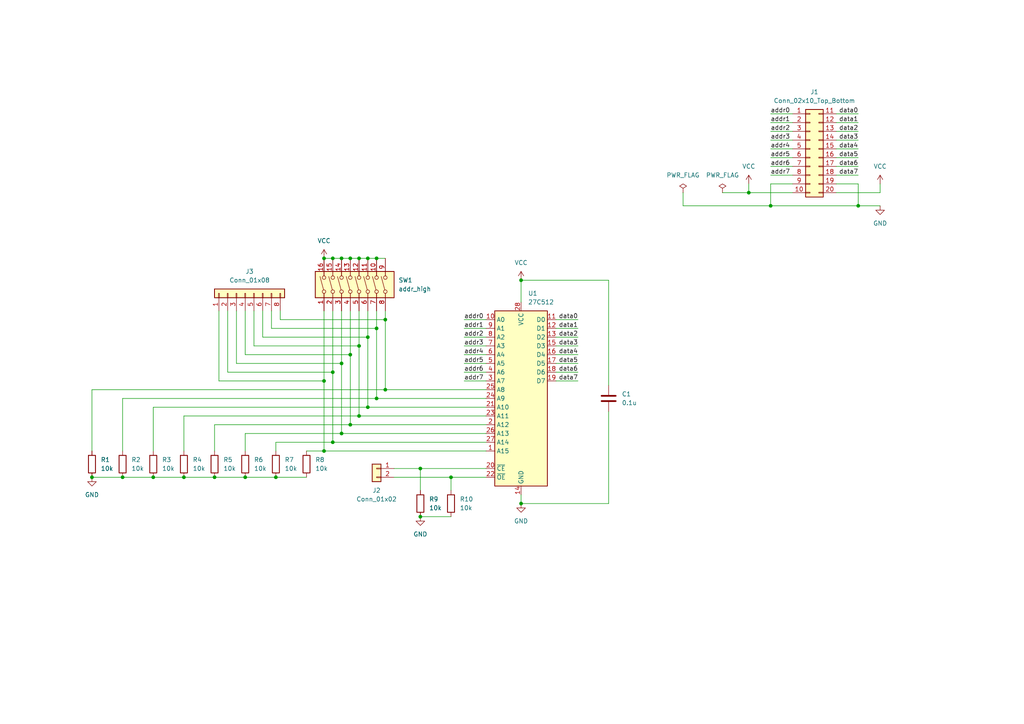
<source format=kicad_sch>
(kicad_sch (version 20211123) (generator eeschema)

  (uuid ac57a050-9598-4608-94c9-eb346c3bd8db)

  (paper "A4")

  (lib_symbols
    (symbol "Connector_Generic:Conn_01x02" (pin_names (offset 1.016) hide) (in_bom yes) (on_board yes)
      (property "Reference" "J" (id 0) (at 0 2.54 0)
        (effects (font (size 1.27 1.27)))
      )
      (property "Value" "Conn_01x02" (id 1) (at 0 -5.08 0)
        (effects (font (size 1.27 1.27)))
      )
      (property "Footprint" "" (id 2) (at 0 0 0)
        (effects (font (size 1.27 1.27)) hide)
      )
      (property "Datasheet" "~" (id 3) (at 0 0 0)
        (effects (font (size 1.27 1.27)) hide)
      )
      (property "ki_keywords" "connector" (id 4) (at 0 0 0)
        (effects (font (size 1.27 1.27)) hide)
      )
      (property "ki_description" "Generic connector, single row, 01x02, script generated (kicad-library-utils/schlib/autogen/connector/)" (id 5) (at 0 0 0)
        (effects (font (size 1.27 1.27)) hide)
      )
      (property "ki_fp_filters" "Connector*:*_1x??_*" (id 6) (at 0 0 0)
        (effects (font (size 1.27 1.27)) hide)
      )
      (symbol "Conn_01x02_1_1"
        (rectangle (start -1.27 -2.413) (end 0 -2.667)
          (stroke (width 0.1524) (type default) (color 0 0 0 0))
          (fill (type none))
        )
        (rectangle (start -1.27 0.127) (end 0 -0.127)
          (stroke (width 0.1524) (type default) (color 0 0 0 0))
          (fill (type none))
        )
        (rectangle (start -1.27 1.27) (end 1.27 -3.81)
          (stroke (width 0.254) (type default) (color 0 0 0 0))
          (fill (type background))
        )
        (pin passive line (at -5.08 0 0) (length 3.81)
          (name "Pin_1" (effects (font (size 1.27 1.27))))
          (number "1" (effects (font (size 1.27 1.27))))
        )
        (pin passive line (at -5.08 -2.54 0) (length 3.81)
          (name "Pin_2" (effects (font (size 1.27 1.27))))
          (number "2" (effects (font (size 1.27 1.27))))
        )
      )
    )
    (symbol "Connector_Generic:Conn_01x08" (pin_names (offset 1.016) hide) (in_bom yes) (on_board yes)
      (property "Reference" "J" (id 0) (at 0 10.16 0)
        (effects (font (size 1.27 1.27)))
      )
      (property "Value" "Conn_01x08" (id 1) (at 0 -12.7 0)
        (effects (font (size 1.27 1.27)))
      )
      (property "Footprint" "" (id 2) (at 0 0 0)
        (effects (font (size 1.27 1.27)) hide)
      )
      (property "Datasheet" "~" (id 3) (at 0 0 0)
        (effects (font (size 1.27 1.27)) hide)
      )
      (property "ki_keywords" "connector" (id 4) (at 0 0 0)
        (effects (font (size 1.27 1.27)) hide)
      )
      (property "ki_description" "Generic connector, single row, 01x08, script generated (kicad-library-utils/schlib/autogen/connector/)" (id 5) (at 0 0 0)
        (effects (font (size 1.27 1.27)) hide)
      )
      (property "ki_fp_filters" "Connector*:*_1x??_*" (id 6) (at 0 0 0)
        (effects (font (size 1.27 1.27)) hide)
      )
      (symbol "Conn_01x08_1_1"
        (rectangle (start -1.27 -10.033) (end 0 -10.287)
          (stroke (width 0.1524) (type default) (color 0 0 0 0))
          (fill (type none))
        )
        (rectangle (start -1.27 -7.493) (end 0 -7.747)
          (stroke (width 0.1524) (type default) (color 0 0 0 0))
          (fill (type none))
        )
        (rectangle (start -1.27 -4.953) (end 0 -5.207)
          (stroke (width 0.1524) (type default) (color 0 0 0 0))
          (fill (type none))
        )
        (rectangle (start -1.27 -2.413) (end 0 -2.667)
          (stroke (width 0.1524) (type default) (color 0 0 0 0))
          (fill (type none))
        )
        (rectangle (start -1.27 0.127) (end 0 -0.127)
          (stroke (width 0.1524) (type default) (color 0 0 0 0))
          (fill (type none))
        )
        (rectangle (start -1.27 2.667) (end 0 2.413)
          (stroke (width 0.1524) (type default) (color 0 0 0 0))
          (fill (type none))
        )
        (rectangle (start -1.27 5.207) (end 0 4.953)
          (stroke (width 0.1524) (type default) (color 0 0 0 0))
          (fill (type none))
        )
        (rectangle (start -1.27 7.747) (end 0 7.493)
          (stroke (width 0.1524) (type default) (color 0 0 0 0))
          (fill (type none))
        )
        (rectangle (start -1.27 8.89) (end 1.27 -11.43)
          (stroke (width 0.254) (type default) (color 0 0 0 0))
          (fill (type background))
        )
        (pin passive line (at -5.08 7.62 0) (length 3.81)
          (name "Pin_1" (effects (font (size 1.27 1.27))))
          (number "1" (effects (font (size 1.27 1.27))))
        )
        (pin passive line (at -5.08 5.08 0) (length 3.81)
          (name "Pin_2" (effects (font (size 1.27 1.27))))
          (number "2" (effects (font (size 1.27 1.27))))
        )
        (pin passive line (at -5.08 2.54 0) (length 3.81)
          (name "Pin_3" (effects (font (size 1.27 1.27))))
          (number "3" (effects (font (size 1.27 1.27))))
        )
        (pin passive line (at -5.08 0 0) (length 3.81)
          (name "Pin_4" (effects (font (size 1.27 1.27))))
          (number "4" (effects (font (size 1.27 1.27))))
        )
        (pin passive line (at -5.08 -2.54 0) (length 3.81)
          (name "Pin_5" (effects (font (size 1.27 1.27))))
          (number "5" (effects (font (size 1.27 1.27))))
        )
        (pin passive line (at -5.08 -5.08 0) (length 3.81)
          (name "Pin_6" (effects (font (size 1.27 1.27))))
          (number "6" (effects (font (size 1.27 1.27))))
        )
        (pin passive line (at -5.08 -7.62 0) (length 3.81)
          (name "Pin_7" (effects (font (size 1.27 1.27))))
          (number "7" (effects (font (size 1.27 1.27))))
        )
        (pin passive line (at -5.08 -10.16 0) (length 3.81)
          (name "Pin_8" (effects (font (size 1.27 1.27))))
          (number "8" (effects (font (size 1.27 1.27))))
        )
      )
    )
    (symbol "Connector_Generic:Conn_02x10_Top_Bottom" (pin_names (offset 1.016) hide) (in_bom yes) (on_board yes)
      (property "Reference" "J" (id 0) (at 1.27 12.7 0)
        (effects (font (size 1.27 1.27)))
      )
      (property "Value" "Conn_02x10_Top_Bottom" (id 1) (at 1.27 -15.24 0)
        (effects (font (size 1.27 1.27)))
      )
      (property "Footprint" "" (id 2) (at 0 0 0)
        (effects (font (size 1.27 1.27)) hide)
      )
      (property "Datasheet" "~" (id 3) (at 0 0 0)
        (effects (font (size 1.27 1.27)) hide)
      )
      (property "ki_keywords" "connector" (id 4) (at 0 0 0)
        (effects (font (size 1.27 1.27)) hide)
      )
      (property "ki_description" "Generic connector, double row, 02x10, top/bottom pin numbering scheme (row 1: 1...pins_per_row, row2: pins_per_row+1 ... num_pins), script generated (kicad-library-utils/schlib/autogen/connector/)" (id 5) (at 0 0 0)
        (effects (font (size 1.27 1.27)) hide)
      )
      (property "ki_fp_filters" "Connector*:*_2x??_*" (id 6) (at 0 0 0)
        (effects (font (size 1.27 1.27)) hide)
      )
      (symbol "Conn_02x10_Top_Bottom_1_1"
        (rectangle (start -1.27 -12.573) (end 0 -12.827)
          (stroke (width 0.1524) (type default) (color 0 0 0 0))
          (fill (type none))
        )
        (rectangle (start -1.27 -10.033) (end 0 -10.287)
          (stroke (width 0.1524) (type default) (color 0 0 0 0))
          (fill (type none))
        )
        (rectangle (start -1.27 -7.493) (end 0 -7.747)
          (stroke (width 0.1524) (type default) (color 0 0 0 0))
          (fill (type none))
        )
        (rectangle (start -1.27 -4.953) (end 0 -5.207)
          (stroke (width 0.1524) (type default) (color 0 0 0 0))
          (fill (type none))
        )
        (rectangle (start -1.27 -2.413) (end 0 -2.667)
          (stroke (width 0.1524) (type default) (color 0 0 0 0))
          (fill (type none))
        )
        (rectangle (start -1.27 0.127) (end 0 -0.127)
          (stroke (width 0.1524) (type default) (color 0 0 0 0))
          (fill (type none))
        )
        (rectangle (start -1.27 2.667) (end 0 2.413)
          (stroke (width 0.1524) (type default) (color 0 0 0 0))
          (fill (type none))
        )
        (rectangle (start -1.27 5.207) (end 0 4.953)
          (stroke (width 0.1524) (type default) (color 0 0 0 0))
          (fill (type none))
        )
        (rectangle (start -1.27 7.747) (end 0 7.493)
          (stroke (width 0.1524) (type default) (color 0 0 0 0))
          (fill (type none))
        )
        (rectangle (start -1.27 10.287) (end 0 10.033)
          (stroke (width 0.1524) (type default) (color 0 0 0 0))
          (fill (type none))
        )
        (rectangle (start -1.27 11.43) (end 3.81 -13.97)
          (stroke (width 0.254) (type default) (color 0 0 0 0))
          (fill (type background))
        )
        (rectangle (start 3.81 -12.573) (end 2.54 -12.827)
          (stroke (width 0.1524) (type default) (color 0 0 0 0))
          (fill (type none))
        )
        (rectangle (start 3.81 -10.033) (end 2.54 -10.287)
          (stroke (width 0.1524) (type default) (color 0 0 0 0))
          (fill (type none))
        )
        (rectangle (start 3.81 -7.493) (end 2.54 -7.747)
          (stroke (width 0.1524) (type default) (color 0 0 0 0))
          (fill (type none))
        )
        (rectangle (start 3.81 -4.953) (end 2.54 -5.207)
          (stroke (width 0.1524) (type default) (color 0 0 0 0))
          (fill (type none))
        )
        (rectangle (start 3.81 -2.413) (end 2.54 -2.667)
          (stroke (width 0.1524) (type default) (color 0 0 0 0))
          (fill (type none))
        )
        (rectangle (start 3.81 0.127) (end 2.54 -0.127)
          (stroke (width 0.1524) (type default) (color 0 0 0 0))
          (fill (type none))
        )
        (rectangle (start 3.81 2.667) (end 2.54 2.413)
          (stroke (width 0.1524) (type default) (color 0 0 0 0))
          (fill (type none))
        )
        (rectangle (start 3.81 5.207) (end 2.54 4.953)
          (stroke (width 0.1524) (type default) (color 0 0 0 0))
          (fill (type none))
        )
        (rectangle (start 3.81 7.747) (end 2.54 7.493)
          (stroke (width 0.1524) (type default) (color 0 0 0 0))
          (fill (type none))
        )
        (rectangle (start 3.81 10.287) (end 2.54 10.033)
          (stroke (width 0.1524) (type default) (color 0 0 0 0))
          (fill (type none))
        )
        (pin passive line (at -5.08 10.16 0) (length 3.81)
          (name "Pin_1" (effects (font (size 1.27 1.27))))
          (number "1" (effects (font (size 1.27 1.27))))
        )
        (pin passive line (at -5.08 -12.7 0) (length 3.81)
          (name "Pin_10" (effects (font (size 1.27 1.27))))
          (number "10" (effects (font (size 1.27 1.27))))
        )
        (pin passive line (at 7.62 10.16 180) (length 3.81)
          (name "Pin_11" (effects (font (size 1.27 1.27))))
          (number "11" (effects (font (size 1.27 1.27))))
        )
        (pin passive line (at 7.62 7.62 180) (length 3.81)
          (name "Pin_12" (effects (font (size 1.27 1.27))))
          (number "12" (effects (font (size 1.27 1.27))))
        )
        (pin passive line (at 7.62 5.08 180) (length 3.81)
          (name "Pin_13" (effects (font (size 1.27 1.27))))
          (number "13" (effects (font (size 1.27 1.27))))
        )
        (pin passive line (at 7.62 2.54 180) (length 3.81)
          (name "Pin_14" (effects (font (size 1.27 1.27))))
          (number "14" (effects (font (size 1.27 1.27))))
        )
        (pin passive line (at 7.62 0 180) (length 3.81)
          (name "Pin_15" (effects (font (size 1.27 1.27))))
          (number "15" (effects (font (size 1.27 1.27))))
        )
        (pin passive line (at 7.62 -2.54 180) (length 3.81)
          (name "Pin_16" (effects (font (size 1.27 1.27))))
          (number "16" (effects (font (size 1.27 1.27))))
        )
        (pin passive line (at 7.62 -5.08 180) (length 3.81)
          (name "Pin_17" (effects (font (size 1.27 1.27))))
          (number "17" (effects (font (size 1.27 1.27))))
        )
        (pin passive line (at 7.62 -7.62 180) (length 3.81)
          (name "Pin_18" (effects (font (size 1.27 1.27))))
          (number "18" (effects (font (size 1.27 1.27))))
        )
        (pin passive line (at 7.62 -10.16 180) (length 3.81)
          (name "Pin_19" (effects (font (size 1.27 1.27))))
          (number "19" (effects (font (size 1.27 1.27))))
        )
        (pin passive line (at -5.08 7.62 0) (length 3.81)
          (name "Pin_2" (effects (font (size 1.27 1.27))))
          (number "2" (effects (font (size 1.27 1.27))))
        )
        (pin passive line (at 7.62 -12.7 180) (length 3.81)
          (name "Pin_20" (effects (font (size 1.27 1.27))))
          (number "20" (effects (font (size 1.27 1.27))))
        )
        (pin passive line (at -5.08 5.08 0) (length 3.81)
          (name "Pin_3" (effects (font (size 1.27 1.27))))
          (number "3" (effects (font (size 1.27 1.27))))
        )
        (pin passive line (at -5.08 2.54 0) (length 3.81)
          (name "Pin_4" (effects (font (size 1.27 1.27))))
          (number "4" (effects (font (size 1.27 1.27))))
        )
        (pin passive line (at -5.08 0 0) (length 3.81)
          (name "Pin_5" (effects (font (size 1.27 1.27))))
          (number "5" (effects (font (size 1.27 1.27))))
        )
        (pin passive line (at -5.08 -2.54 0) (length 3.81)
          (name "Pin_6" (effects (font (size 1.27 1.27))))
          (number "6" (effects (font (size 1.27 1.27))))
        )
        (pin passive line (at -5.08 -5.08 0) (length 3.81)
          (name "Pin_7" (effects (font (size 1.27 1.27))))
          (number "7" (effects (font (size 1.27 1.27))))
        )
        (pin passive line (at -5.08 -7.62 0) (length 3.81)
          (name "Pin_8" (effects (font (size 1.27 1.27))))
          (number "8" (effects (font (size 1.27 1.27))))
        )
        (pin passive line (at -5.08 -10.16 0) (length 3.81)
          (name "Pin_9" (effects (font (size 1.27 1.27))))
          (number "9" (effects (font (size 1.27 1.27))))
        )
      )
    )
    (symbol "Device:C" (pin_numbers hide) (pin_names (offset 0.254)) (in_bom yes) (on_board yes)
      (property "Reference" "C" (id 0) (at 0.635 2.54 0)
        (effects (font (size 1.27 1.27)) (justify left))
      )
      (property "Value" "C" (id 1) (at 0.635 -2.54 0)
        (effects (font (size 1.27 1.27)) (justify left))
      )
      (property "Footprint" "" (id 2) (at 0.9652 -3.81 0)
        (effects (font (size 1.27 1.27)) hide)
      )
      (property "Datasheet" "~" (id 3) (at 0 0 0)
        (effects (font (size 1.27 1.27)) hide)
      )
      (property "ki_keywords" "cap capacitor" (id 4) (at 0 0 0)
        (effects (font (size 1.27 1.27)) hide)
      )
      (property "ki_description" "Unpolarized capacitor" (id 5) (at 0 0 0)
        (effects (font (size 1.27 1.27)) hide)
      )
      (property "ki_fp_filters" "C_*" (id 6) (at 0 0 0)
        (effects (font (size 1.27 1.27)) hide)
      )
      (symbol "C_0_1"
        (polyline
          (pts
            (xy -2.032 -0.762)
            (xy 2.032 -0.762)
          )
          (stroke (width 0.508) (type default) (color 0 0 0 0))
          (fill (type none))
        )
        (polyline
          (pts
            (xy -2.032 0.762)
            (xy 2.032 0.762)
          )
          (stroke (width 0.508) (type default) (color 0 0 0 0))
          (fill (type none))
        )
      )
      (symbol "C_1_1"
        (pin passive line (at 0 3.81 270) (length 2.794)
          (name "~" (effects (font (size 1.27 1.27))))
          (number "1" (effects (font (size 1.27 1.27))))
        )
        (pin passive line (at 0 -3.81 90) (length 2.794)
          (name "~" (effects (font (size 1.27 1.27))))
          (number "2" (effects (font (size 1.27 1.27))))
        )
      )
    )
    (symbol "Device:R" (pin_numbers hide) (pin_names (offset 0)) (in_bom yes) (on_board yes)
      (property "Reference" "R" (id 0) (at 2.032 0 90)
        (effects (font (size 1.27 1.27)))
      )
      (property "Value" "R" (id 1) (at 0 0 90)
        (effects (font (size 1.27 1.27)))
      )
      (property "Footprint" "" (id 2) (at -1.778 0 90)
        (effects (font (size 1.27 1.27)) hide)
      )
      (property "Datasheet" "~" (id 3) (at 0 0 0)
        (effects (font (size 1.27 1.27)) hide)
      )
      (property "ki_keywords" "R res resistor" (id 4) (at 0 0 0)
        (effects (font (size 1.27 1.27)) hide)
      )
      (property "ki_description" "Resistor" (id 5) (at 0 0 0)
        (effects (font (size 1.27 1.27)) hide)
      )
      (property "ki_fp_filters" "R_*" (id 6) (at 0 0 0)
        (effects (font (size 1.27 1.27)) hide)
      )
      (symbol "R_0_1"
        (rectangle (start -1.016 -2.54) (end 1.016 2.54)
          (stroke (width 0.254) (type default) (color 0 0 0 0))
          (fill (type none))
        )
      )
      (symbol "R_1_1"
        (pin passive line (at 0 3.81 270) (length 1.27)
          (name "~" (effects (font (size 1.27 1.27))))
          (number "1" (effects (font (size 1.27 1.27))))
        )
        (pin passive line (at 0 -3.81 90) (length 1.27)
          (name "~" (effects (font (size 1.27 1.27))))
          (number "2" (effects (font (size 1.27 1.27))))
        )
      )
    )
    (symbol "Memory_EPROM:27C512" (in_bom yes) (on_board yes)
      (property "Reference" "U" (id 0) (at -7.62 26.67 0)
        (effects (font (size 1.27 1.27)))
      )
      (property "Value" "27C512" (id 1) (at 2.54 -26.67 0)
        (effects (font (size 1.27 1.27)) (justify left))
      )
      (property "Footprint" "Package_DIP:DIP-28_W15.24mm" (id 2) (at 0 0 0)
        (effects (font (size 1.27 1.27)) hide)
      )
      (property "Datasheet" "http://ww1.microchip.com/downloads/en/DeviceDoc/doc0015.pdf" (id 3) (at 0 0 0)
        (effects (font (size 1.27 1.27)) hide)
      )
      (property "ki_keywords" "OTP EPROM 512KiBit" (id 4) (at 0 0 0)
        (effects (font (size 1.27 1.27)) hide)
      )
      (property "ki_description" "OTP EPROM 512 KiBit" (id 5) (at 0 0 0)
        (effects (font (size 1.27 1.27)) hide)
      )
      (property "ki_fp_filters" "DIP*W15.24mm*" (id 6) (at 0 0 0)
        (effects (font (size 1.27 1.27)) hide)
      )
      (symbol "27C512_1_1"
        (rectangle (start -7.62 25.4) (end 7.62 -25.4)
          (stroke (width 0.254) (type default) (color 0 0 0 0))
          (fill (type background))
        )
        (pin input line (at -10.16 -15.24 0) (length 2.54)
          (name "A15" (effects (font (size 1.27 1.27))))
          (number "1" (effects (font (size 1.27 1.27))))
        )
        (pin input line (at -10.16 22.86 0) (length 2.54)
          (name "A0" (effects (font (size 1.27 1.27))))
          (number "10" (effects (font (size 1.27 1.27))))
        )
        (pin tri_state line (at 10.16 22.86 180) (length 2.54)
          (name "D0" (effects (font (size 1.27 1.27))))
          (number "11" (effects (font (size 1.27 1.27))))
        )
        (pin tri_state line (at 10.16 20.32 180) (length 2.54)
          (name "D1" (effects (font (size 1.27 1.27))))
          (number "12" (effects (font (size 1.27 1.27))))
        )
        (pin tri_state line (at 10.16 17.78 180) (length 2.54)
          (name "D2" (effects (font (size 1.27 1.27))))
          (number "13" (effects (font (size 1.27 1.27))))
        )
        (pin power_in line (at 0 -27.94 90) (length 2.54)
          (name "GND" (effects (font (size 1.27 1.27))))
          (number "14" (effects (font (size 1.27 1.27))))
        )
        (pin tri_state line (at 10.16 15.24 180) (length 2.54)
          (name "D3" (effects (font (size 1.27 1.27))))
          (number "15" (effects (font (size 1.27 1.27))))
        )
        (pin tri_state line (at 10.16 12.7 180) (length 2.54)
          (name "D4" (effects (font (size 1.27 1.27))))
          (number "16" (effects (font (size 1.27 1.27))))
        )
        (pin tri_state line (at 10.16 10.16 180) (length 2.54)
          (name "D5" (effects (font (size 1.27 1.27))))
          (number "17" (effects (font (size 1.27 1.27))))
        )
        (pin tri_state line (at 10.16 7.62 180) (length 2.54)
          (name "D6" (effects (font (size 1.27 1.27))))
          (number "18" (effects (font (size 1.27 1.27))))
        )
        (pin tri_state line (at 10.16 5.08 180) (length 2.54)
          (name "D7" (effects (font (size 1.27 1.27))))
          (number "19" (effects (font (size 1.27 1.27))))
        )
        (pin input line (at -10.16 -7.62 0) (length 2.54)
          (name "A12" (effects (font (size 1.27 1.27))))
          (number "2" (effects (font (size 1.27 1.27))))
        )
        (pin input line (at -10.16 -20.32 0) (length 2.54)
          (name "~{CE}" (effects (font (size 1.27 1.27))))
          (number "20" (effects (font (size 1.27 1.27))))
        )
        (pin input line (at -10.16 -2.54 0) (length 2.54)
          (name "A10" (effects (font (size 1.27 1.27))))
          (number "21" (effects (font (size 1.27 1.27))))
        )
        (pin input line (at -10.16 -22.86 0) (length 2.54)
          (name "~{OE}" (effects (font (size 1.27 1.27))))
          (number "22" (effects (font (size 1.27 1.27))))
        )
        (pin input line (at -10.16 -5.08 0) (length 2.54)
          (name "A11" (effects (font (size 1.27 1.27))))
          (number "23" (effects (font (size 1.27 1.27))))
        )
        (pin input line (at -10.16 0 0) (length 2.54)
          (name "A9" (effects (font (size 1.27 1.27))))
          (number "24" (effects (font (size 1.27 1.27))))
        )
        (pin input line (at -10.16 2.54 0) (length 2.54)
          (name "A8" (effects (font (size 1.27 1.27))))
          (number "25" (effects (font (size 1.27 1.27))))
        )
        (pin input line (at -10.16 -10.16 0) (length 2.54)
          (name "A13" (effects (font (size 1.27 1.27))))
          (number "26" (effects (font (size 1.27 1.27))))
        )
        (pin input line (at -10.16 -12.7 0) (length 2.54)
          (name "A14" (effects (font (size 1.27 1.27))))
          (number "27" (effects (font (size 1.27 1.27))))
        )
        (pin power_in line (at 0 27.94 270) (length 2.54)
          (name "VCC" (effects (font (size 1.27 1.27))))
          (number "28" (effects (font (size 1.27 1.27))))
        )
        (pin input line (at -10.16 5.08 0) (length 2.54)
          (name "A7" (effects (font (size 1.27 1.27))))
          (number "3" (effects (font (size 1.27 1.27))))
        )
        (pin input line (at -10.16 7.62 0) (length 2.54)
          (name "A6" (effects (font (size 1.27 1.27))))
          (number "4" (effects (font (size 1.27 1.27))))
        )
        (pin input line (at -10.16 10.16 0) (length 2.54)
          (name "A5" (effects (font (size 1.27 1.27))))
          (number "5" (effects (font (size 1.27 1.27))))
        )
        (pin input line (at -10.16 12.7 0) (length 2.54)
          (name "A4" (effects (font (size 1.27 1.27))))
          (number "6" (effects (font (size 1.27 1.27))))
        )
        (pin input line (at -10.16 15.24 0) (length 2.54)
          (name "A3" (effects (font (size 1.27 1.27))))
          (number "7" (effects (font (size 1.27 1.27))))
        )
        (pin input line (at -10.16 17.78 0) (length 2.54)
          (name "A2" (effects (font (size 1.27 1.27))))
          (number "8" (effects (font (size 1.27 1.27))))
        )
        (pin input line (at -10.16 20.32 0) (length 2.54)
          (name "A1" (effects (font (size 1.27 1.27))))
          (number "9" (effects (font (size 1.27 1.27))))
        )
      )
    )
    (symbol "Switch:SW_DIP_x08" (pin_names (offset 0) hide) (in_bom yes) (on_board yes)
      (property "Reference" "SW" (id 0) (at 0 13.97 0)
        (effects (font (size 1.27 1.27)))
      )
      (property "Value" "SW_DIP_x08" (id 1) (at 0 -11.43 0)
        (effects (font (size 1.27 1.27)))
      )
      (property "Footprint" "" (id 2) (at 0 0 0)
        (effects (font (size 1.27 1.27)) hide)
      )
      (property "Datasheet" "~" (id 3) (at 0 0 0)
        (effects (font (size 1.27 1.27)) hide)
      )
      (property "ki_keywords" "dip switch" (id 4) (at 0 0 0)
        (effects (font (size 1.27 1.27)) hide)
      )
      (property "ki_description" "8x DIP Switch, Single Pole Single Throw (SPST) switch, small symbol" (id 5) (at 0 0 0)
        (effects (font (size 1.27 1.27)) hide)
      )
      (property "ki_fp_filters" "SW?DIP?x8*" (id 6) (at 0 0 0)
        (effects (font (size 1.27 1.27)) hide)
      )
      (symbol "SW_DIP_x08_0_0"
        (circle (center -2.032 -7.62) (radius 0.508)
          (stroke (width 0) (type default) (color 0 0 0 0))
          (fill (type none))
        )
        (circle (center -2.032 -5.08) (radius 0.508)
          (stroke (width 0) (type default) (color 0 0 0 0))
          (fill (type none))
        )
        (circle (center -2.032 -2.54) (radius 0.508)
          (stroke (width 0) (type default) (color 0 0 0 0))
          (fill (type none))
        )
        (circle (center -2.032 0) (radius 0.508)
          (stroke (width 0) (type default) (color 0 0 0 0))
          (fill (type none))
        )
        (circle (center -2.032 2.54) (radius 0.508)
          (stroke (width 0) (type default) (color 0 0 0 0))
          (fill (type none))
        )
        (circle (center -2.032 5.08) (radius 0.508)
          (stroke (width 0) (type default) (color 0 0 0 0))
          (fill (type none))
        )
        (circle (center -2.032 7.62) (radius 0.508)
          (stroke (width 0) (type default) (color 0 0 0 0))
          (fill (type none))
        )
        (circle (center -2.032 10.16) (radius 0.508)
          (stroke (width 0) (type default) (color 0 0 0 0))
          (fill (type none))
        )
        (polyline
          (pts
            (xy -1.524 -7.4676)
            (xy 2.3622 -6.4262)
          )
          (stroke (width 0) (type default) (color 0 0 0 0))
          (fill (type none))
        )
        (polyline
          (pts
            (xy -1.524 -4.9276)
            (xy 2.3622 -3.8862)
          )
          (stroke (width 0) (type default) (color 0 0 0 0))
          (fill (type none))
        )
        (polyline
          (pts
            (xy -1.524 -2.3876)
            (xy 2.3622 -1.3462)
          )
          (stroke (width 0) (type default) (color 0 0 0 0))
          (fill (type none))
        )
        (polyline
          (pts
            (xy -1.524 0.127)
            (xy 2.3622 1.1684)
          )
          (stroke (width 0) (type default) (color 0 0 0 0))
          (fill (type none))
        )
        (polyline
          (pts
            (xy -1.524 2.667)
            (xy 2.3622 3.7084)
          )
          (stroke (width 0) (type default) (color 0 0 0 0))
          (fill (type none))
        )
        (polyline
          (pts
            (xy -1.524 5.207)
            (xy 2.3622 6.2484)
          )
          (stroke (width 0) (type default) (color 0 0 0 0))
          (fill (type none))
        )
        (polyline
          (pts
            (xy -1.524 7.747)
            (xy 2.3622 8.7884)
          )
          (stroke (width 0) (type default) (color 0 0 0 0))
          (fill (type none))
        )
        (polyline
          (pts
            (xy -1.524 10.287)
            (xy 2.3622 11.3284)
          )
          (stroke (width 0) (type default) (color 0 0 0 0))
          (fill (type none))
        )
        (circle (center 2.032 -7.62) (radius 0.508)
          (stroke (width 0) (type default) (color 0 0 0 0))
          (fill (type none))
        )
        (circle (center 2.032 -5.08) (radius 0.508)
          (stroke (width 0) (type default) (color 0 0 0 0))
          (fill (type none))
        )
        (circle (center 2.032 -2.54) (radius 0.508)
          (stroke (width 0) (type default) (color 0 0 0 0))
          (fill (type none))
        )
        (circle (center 2.032 0) (radius 0.508)
          (stroke (width 0) (type default) (color 0 0 0 0))
          (fill (type none))
        )
        (circle (center 2.032 2.54) (radius 0.508)
          (stroke (width 0) (type default) (color 0 0 0 0))
          (fill (type none))
        )
        (circle (center 2.032 5.08) (radius 0.508)
          (stroke (width 0) (type default) (color 0 0 0 0))
          (fill (type none))
        )
        (circle (center 2.032 7.62) (radius 0.508)
          (stroke (width 0) (type default) (color 0 0 0 0))
          (fill (type none))
        )
        (circle (center 2.032 10.16) (radius 0.508)
          (stroke (width 0) (type default) (color 0 0 0 0))
          (fill (type none))
        )
      )
      (symbol "SW_DIP_x08_0_1"
        (rectangle (start -3.81 12.7) (end 3.81 -10.16)
          (stroke (width 0.254) (type default) (color 0 0 0 0))
          (fill (type background))
        )
      )
      (symbol "SW_DIP_x08_1_1"
        (pin passive line (at -7.62 10.16 0) (length 5.08)
          (name "~" (effects (font (size 1.27 1.27))))
          (number "1" (effects (font (size 1.27 1.27))))
        )
        (pin passive line (at 7.62 -5.08 180) (length 5.08)
          (name "~" (effects (font (size 1.27 1.27))))
          (number "10" (effects (font (size 1.27 1.27))))
        )
        (pin passive line (at 7.62 -2.54 180) (length 5.08)
          (name "~" (effects (font (size 1.27 1.27))))
          (number "11" (effects (font (size 1.27 1.27))))
        )
        (pin passive line (at 7.62 0 180) (length 5.08)
          (name "~" (effects (font (size 1.27 1.27))))
          (number "12" (effects (font (size 1.27 1.27))))
        )
        (pin passive line (at 7.62 2.54 180) (length 5.08)
          (name "~" (effects (font (size 1.27 1.27))))
          (number "13" (effects (font (size 1.27 1.27))))
        )
        (pin passive line (at 7.62 5.08 180) (length 5.08)
          (name "~" (effects (font (size 1.27 1.27))))
          (number "14" (effects (font (size 1.27 1.27))))
        )
        (pin passive line (at 7.62 7.62 180) (length 5.08)
          (name "~" (effects (font (size 1.27 1.27))))
          (number "15" (effects (font (size 1.27 1.27))))
        )
        (pin passive line (at 7.62 10.16 180) (length 5.08)
          (name "~" (effects (font (size 1.27 1.27))))
          (number "16" (effects (font (size 1.27 1.27))))
        )
        (pin passive line (at -7.62 7.62 0) (length 5.08)
          (name "~" (effects (font (size 1.27 1.27))))
          (number "2" (effects (font (size 1.27 1.27))))
        )
        (pin passive line (at -7.62 5.08 0) (length 5.08)
          (name "~" (effects (font (size 1.27 1.27))))
          (number "3" (effects (font (size 1.27 1.27))))
        )
        (pin passive line (at -7.62 2.54 0) (length 5.08)
          (name "~" (effects (font (size 1.27 1.27))))
          (number "4" (effects (font (size 1.27 1.27))))
        )
        (pin passive line (at -7.62 0 0) (length 5.08)
          (name "~" (effects (font (size 1.27 1.27))))
          (number "5" (effects (font (size 1.27 1.27))))
        )
        (pin passive line (at -7.62 -2.54 0) (length 5.08)
          (name "~" (effects (font (size 1.27 1.27))))
          (number "6" (effects (font (size 1.27 1.27))))
        )
        (pin passive line (at -7.62 -5.08 0) (length 5.08)
          (name "~" (effects (font (size 1.27 1.27))))
          (number "7" (effects (font (size 1.27 1.27))))
        )
        (pin passive line (at -7.62 -7.62 0) (length 5.08)
          (name "~" (effects (font (size 1.27 1.27))))
          (number "8" (effects (font (size 1.27 1.27))))
        )
        (pin passive line (at 7.62 -7.62 180) (length 5.08)
          (name "~" (effects (font (size 1.27 1.27))))
          (number "9" (effects (font (size 1.27 1.27))))
        )
      )
    )
    (symbol "power:GND" (power) (pin_names (offset 0)) (in_bom yes) (on_board yes)
      (property "Reference" "#PWR" (id 0) (at 0 -6.35 0)
        (effects (font (size 1.27 1.27)) hide)
      )
      (property "Value" "GND" (id 1) (at 0 -3.81 0)
        (effects (font (size 1.27 1.27)))
      )
      (property "Footprint" "" (id 2) (at 0 0 0)
        (effects (font (size 1.27 1.27)) hide)
      )
      (property "Datasheet" "" (id 3) (at 0 0 0)
        (effects (font (size 1.27 1.27)) hide)
      )
      (property "ki_keywords" "power-flag" (id 4) (at 0 0 0)
        (effects (font (size 1.27 1.27)) hide)
      )
      (property "ki_description" "Power symbol creates a global label with name \"GND\" , ground" (id 5) (at 0 0 0)
        (effects (font (size 1.27 1.27)) hide)
      )
      (symbol "GND_0_1"
        (polyline
          (pts
            (xy 0 0)
            (xy 0 -1.27)
            (xy 1.27 -1.27)
            (xy 0 -2.54)
            (xy -1.27 -1.27)
            (xy 0 -1.27)
          )
          (stroke (width 0) (type default) (color 0 0 0 0))
          (fill (type none))
        )
      )
      (symbol "GND_1_1"
        (pin power_in line (at 0 0 270) (length 0) hide
          (name "GND" (effects (font (size 1.27 1.27))))
          (number "1" (effects (font (size 1.27 1.27))))
        )
      )
    )
    (symbol "power:PWR_FLAG" (power) (pin_numbers hide) (pin_names (offset 0) hide) (in_bom yes) (on_board yes)
      (property "Reference" "#FLG" (id 0) (at 0 1.905 0)
        (effects (font (size 1.27 1.27)) hide)
      )
      (property "Value" "PWR_FLAG" (id 1) (at 0 3.81 0)
        (effects (font (size 1.27 1.27)))
      )
      (property "Footprint" "" (id 2) (at 0 0 0)
        (effects (font (size 1.27 1.27)) hide)
      )
      (property "Datasheet" "~" (id 3) (at 0 0 0)
        (effects (font (size 1.27 1.27)) hide)
      )
      (property "ki_keywords" "power-flag" (id 4) (at 0 0 0)
        (effects (font (size 1.27 1.27)) hide)
      )
      (property "ki_description" "Special symbol for telling ERC where power comes from" (id 5) (at 0 0 0)
        (effects (font (size 1.27 1.27)) hide)
      )
      (symbol "PWR_FLAG_0_0"
        (pin power_out line (at 0 0 90) (length 0)
          (name "pwr" (effects (font (size 1.27 1.27))))
          (number "1" (effects (font (size 1.27 1.27))))
        )
      )
      (symbol "PWR_FLAG_0_1"
        (polyline
          (pts
            (xy 0 0)
            (xy 0 1.27)
            (xy -1.016 1.905)
            (xy 0 2.54)
            (xy 1.016 1.905)
            (xy 0 1.27)
          )
          (stroke (width 0) (type default) (color 0 0 0 0))
          (fill (type none))
        )
      )
    )
    (symbol "power:VCC" (power) (pin_names (offset 0)) (in_bom yes) (on_board yes)
      (property "Reference" "#PWR" (id 0) (at 0 -3.81 0)
        (effects (font (size 1.27 1.27)) hide)
      )
      (property "Value" "VCC" (id 1) (at 0 3.81 0)
        (effects (font (size 1.27 1.27)))
      )
      (property "Footprint" "" (id 2) (at 0 0 0)
        (effects (font (size 1.27 1.27)) hide)
      )
      (property "Datasheet" "" (id 3) (at 0 0 0)
        (effects (font (size 1.27 1.27)) hide)
      )
      (property "ki_keywords" "power-flag" (id 4) (at 0 0 0)
        (effects (font (size 1.27 1.27)) hide)
      )
      (property "ki_description" "Power symbol creates a global label with name \"VCC\"" (id 5) (at 0 0 0)
        (effects (font (size 1.27 1.27)) hide)
      )
      (symbol "VCC_0_1"
        (polyline
          (pts
            (xy -0.762 1.27)
            (xy 0 2.54)
          )
          (stroke (width 0) (type default) (color 0 0 0 0))
          (fill (type none))
        )
        (polyline
          (pts
            (xy 0 0)
            (xy 0 2.54)
          )
          (stroke (width 0) (type default) (color 0 0 0 0))
          (fill (type none))
        )
        (polyline
          (pts
            (xy 0 2.54)
            (xy 0.762 1.27)
          )
          (stroke (width 0) (type default) (color 0 0 0 0))
          (fill (type none))
        )
      )
      (symbol "VCC_1_1"
        (pin power_in line (at 0 0 90) (length 0) hide
          (name "VCC" (effects (font (size 1.27 1.27))))
          (number "1" (effects (font (size 1.27 1.27))))
        )
      )
    )
  )

  (junction (at 101.6 123.19) (diameter 0) (color 0 0 0 0)
    (uuid 05fc4f37-7eec-450d-82ab-a518e84b4bec)
  )
  (junction (at 80.01 138.43) (diameter 0) (color 0 0 0 0)
    (uuid 0668c872-e2b5-4f32-bfdd-21e232cfbf4a)
  )
  (junction (at 109.22 95.25) (diameter 0) (color 0 0 0 0)
    (uuid 189d8248-bc14-4efa-a46f-d579e1e36c87)
  )
  (junction (at 104.14 100.33) (diameter 0) (color 0 0 0 0)
    (uuid 1a6ffadc-937f-4e0b-b34c-eaec30d976c9)
  )
  (junction (at 130.81 138.43) (diameter 0) (color 0 0 0 0)
    (uuid 37c43234-1f28-4456-b155-6909b58ed4e4)
  )
  (junction (at 223.52 59.69) (diameter 0) (color 0 0 0 0)
    (uuid 38ca7292-ea83-4b64-8c36-510ce1181842)
  )
  (junction (at 151.13 81.28) (diameter 0) (color 0 0 0 0)
    (uuid 38d068bc-802a-48f0-8c84-df1ed4c02321)
  )
  (junction (at 44.45 138.43) (diameter 0) (color 0 0 0 0)
    (uuid 3e297372-4dda-4033-8793-d3e9ccdcf800)
  )
  (junction (at 96.52 74.93) (diameter 0) (color 0 0 0 0)
    (uuid 4f37d58d-f2ba-4cb2-b914-cc268f006ea2)
  )
  (junction (at 111.76 92.71) (diameter 0) (color 0 0 0 0)
    (uuid 614866a5-78a4-4960-99ea-241adfae4e48)
  )
  (junction (at 96.52 107.95) (diameter 0) (color 0 0 0 0)
    (uuid 76296fa0-408e-4def-b4da-5873ee3812d6)
  )
  (junction (at 26.67 138.43) (diameter 0) (color 0 0 0 0)
    (uuid 7c947b6d-add3-48c4-b709-8b3c7ac6b853)
  )
  (junction (at 106.68 97.79) (diameter 0) (color 0 0 0 0)
    (uuid 84c56dda-e13d-45fa-bec6-49f306cb3bbf)
  )
  (junction (at 53.34 138.43) (diameter 0) (color 0 0 0 0)
    (uuid 85d324fb-389b-462b-a074-e90f137d4d10)
  )
  (junction (at 109.22 115.57) (diameter 0) (color 0 0 0 0)
    (uuid 914383f6-0fd1-4856-a831-4b0059f0c45a)
  )
  (junction (at 104.14 74.93) (diameter 0) (color 0 0 0 0)
    (uuid 91710461-e3b1-4a2f-8582-e3d8376d1288)
  )
  (junction (at 93.98 74.93) (diameter 0) (color 0 0 0 0)
    (uuid 9ee60bb3-7c13-4410-b0ad-f3b889aa6bd1)
  )
  (junction (at 109.22 74.93) (diameter 0) (color 0 0 0 0)
    (uuid a520f097-c2bb-4e83-a4cd-01ff0e6653a7)
  )
  (junction (at 71.12 138.43) (diameter 0) (color 0 0 0 0)
    (uuid b6582bb9-e9cc-452a-8bc1-b0323fa285d2)
  )
  (junction (at 248.92 59.69) (diameter 0) (color 0 0 0 0)
    (uuid baf8574c-9215-4e37-a117-f5164ae12b58)
  )
  (junction (at 111.76 113.03) (diameter 0) (color 0 0 0 0)
    (uuid bba37bc9-c039-4373-bd08-8a9374cd45be)
  )
  (junction (at 106.68 118.11) (diameter 0) (color 0 0 0 0)
    (uuid bfc9988f-8bca-4aae-92c4-65c4d94d401f)
  )
  (junction (at 217.17 55.88) (diameter 0) (color 0 0 0 0)
    (uuid c02ac389-2a34-4075-9414-0632f99b7f28)
  )
  (junction (at 106.68 74.93) (diameter 0) (color 0 0 0 0)
    (uuid c242a9f5-add9-4a42-80df-f7073af49e20)
  )
  (junction (at 104.14 120.65) (diameter 0) (color 0 0 0 0)
    (uuid c2d0c3bb-09e6-4718-82f3-0deb59a4c006)
  )
  (junction (at 101.6 102.87) (diameter 0) (color 0 0 0 0)
    (uuid c87dd9cc-b5e4-4501-bc85-3f72e23ff710)
  )
  (junction (at 62.23 138.43) (diameter 0) (color 0 0 0 0)
    (uuid d3c571c3-ee4c-4d2f-85d4-8dd8fa9f0263)
  )
  (junction (at 93.98 130.81) (diameter 0) (color 0 0 0 0)
    (uuid d4390550-7c20-43f2-81b1-9807b669682e)
  )
  (junction (at 93.98 110.49) (diameter 0) (color 0 0 0 0)
    (uuid d4f4a085-1c06-40af-9a71-5980e1d037b9)
  )
  (junction (at 99.06 105.41) (diameter 0) (color 0 0 0 0)
    (uuid d72c9825-e28b-4ada-8c78-e7c8fb5bb681)
  )
  (junction (at 121.92 149.86) (diameter 0) (color 0 0 0 0)
    (uuid d87f2c38-75f1-4df8-aecb-aac75c917d94)
  )
  (junction (at 99.06 125.73) (diameter 0) (color 0 0 0 0)
    (uuid dadd83ce-d920-4c03-afc2-789f6617fca6)
  )
  (junction (at 121.92 135.89) (diameter 0) (color 0 0 0 0)
    (uuid eaa9f127-c327-4fbb-a107-8de9c92ae21d)
  )
  (junction (at 35.56 138.43) (diameter 0) (color 0 0 0 0)
    (uuid eaeedf16-033b-4320-961a-863e3abb5ffd)
  )
  (junction (at 151.13 146.05) (diameter 0) (color 0 0 0 0)
    (uuid f76e521b-1077-49d9-bd06-7594c7f3d2a2)
  )
  (junction (at 99.06 74.93) (diameter 0) (color 0 0 0 0)
    (uuid fb544784-11ff-4566-97b6-88f149b871a4)
  )
  (junction (at 96.52 128.27) (diameter 0) (color 0 0 0 0)
    (uuid fbf81d78-1ccc-4793-9e9f-dad62b5b9589)
  )
  (junction (at 101.6 74.93) (diameter 0) (color 0 0 0 0)
    (uuid ff1e476e-1e1f-48f0-b0a6-83d1964ff500)
  )

  (wire (pts (xy 109.22 95.25) (xy 109.22 90.17))
    (stroke (width 0) (type default) (color 0 0 0 0))
    (uuid 02a0adb7-b807-4708-97ba-e1ae783f67f7)
  )
  (wire (pts (xy 242.57 40.64) (xy 248.92 40.64))
    (stroke (width 0) (type default) (color 0 0 0 0))
    (uuid 05272178-2f88-440a-ab91-e60e5c3339e7)
  )
  (wire (pts (xy 151.13 81.28) (xy 176.53 81.28))
    (stroke (width 0) (type default) (color 0 0 0 0))
    (uuid 05684024-f50d-474c-8d2c-a1141f1449ea)
  )
  (wire (pts (xy 223.52 59.69) (xy 248.92 59.69))
    (stroke (width 0) (type default) (color 0 0 0 0))
    (uuid 0777c9bf-7786-4729-9457-5fc653065083)
  )
  (wire (pts (xy 111.76 90.17) (xy 111.76 92.71))
    (stroke (width 0) (type default) (color 0 0 0 0))
    (uuid 09395144-f2b0-4c55-8035-537237b8a8f1)
  )
  (wire (pts (xy 78.74 95.25) (xy 109.22 95.25))
    (stroke (width 0) (type default) (color 0 0 0 0))
    (uuid 0a070ca4-8155-444f-9a2a-6e6dad464ef6)
  )
  (wire (pts (xy 66.04 90.17) (xy 66.04 107.95))
    (stroke (width 0) (type default) (color 0 0 0 0))
    (uuid 0ac0fcb4-fa11-4ce4-842a-8899b9cfef38)
  )
  (wire (pts (xy 134.62 100.33) (xy 140.97 100.33))
    (stroke (width 0) (type default) (color 0 0 0 0))
    (uuid 0c9d7042-b71e-4433-80ec-7e36e6002629)
  )
  (wire (pts (xy 96.52 74.93) (xy 99.06 74.93))
    (stroke (width 0) (type default) (color 0 0 0 0))
    (uuid 0e381f42-97f5-4db5-aa9e-a9ebfadc655d)
  )
  (wire (pts (xy 80.01 128.27) (xy 80.01 130.81))
    (stroke (width 0) (type default) (color 0 0 0 0))
    (uuid 124d2404-5384-49ca-b945-51a5273aabff)
  )
  (wire (pts (xy 101.6 74.93) (xy 104.14 74.93))
    (stroke (width 0) (type default) (color 0 0 0 0))
    (uuid 13186b91-e00a-4371-adf0-699f24499d36)
  )
  (wire (pts (xy 44.45 138.43) (xy 53.34 138.43))
    (stroke (width 0) (type default) (color 0 0 0 0))
    (uuid 144e419c-a364-4755-aa2e-d08fa3260ee9)
  )
  (wire (pts (xy 96.52 107.95) (xy 96.52 90.17))
    (stroke (width 0) (type default) (color 0 0 0 0))
    (uuid 14e19934-bb90-4f25-8224-1017b576248f)
  )
  (wire (pts (xy 71.12 138.43) (xy 80.01 138.43))
    (stroke (width 0) (type default) (color 0 0 0 0))
    (uuid 18e290c3-d0d5-4c0a-9142-780f5562531e)
  )
  (wire (pts (xy 176.53 81.28) (xy 176.53 111.76))
    (stroke (width 0) (type default) (color 0 0 0 0))
    (uuid 18e3bdbf-8c59-4a98-b2dd-e6e4250fca97)
  )
  (wire (pts (xy 161.29 92.71) (xy 167.64 92.71))
    (stroke (width 0) (type default) (color 0 0 0 0))
    (uuid 196e8be0-6b60-48e7-a1ec-1be68c40585a)
  )
  (wire (pts (xy 242.57 45.72) (xy 248.92 45.72))
    (stroke (width 0) (type default) (color 0 0 0 0))
    (uuid 1a2441a5-48a8-4419-b768-742f57bbd961)
  )
  (wire (pts (xy 121.92 135.89) (xy 121.92 142.24))
    (stroke (width 0) (type default) (color 0 0 0 0))
    (uuid 1a89620e-e8ba-40c8-b2c8-fc49f4aa69bd)
  )
  (wire (pts (xy 242.57 55.88) (xy 255.27 55.88))
    (stroke (width 0) (type default) (color 0 0 0 0))
    (uuid 1c98bf74-1c02-4daa-882c-102f2f1209e1)
  )
  (wire (pts (xy 71.12 125.73) (xy 71.12 130.81))
    (stroke (width 0) (type default) (color 0 0 0 0))
    (uuid 1f2410a2-0809-4391-b8fc-b9538a79d3df)
  )
  (wire (pts (xy 242.57 33.02) (xy 248.92 33.02))
    (stroke (width 0) (type default) (color 0 0 0 0))
    (uuid 1fb40349-c114-4ef8-9522-eefd207a9944)
  )
  (wire (pts (xy 161.29 102.87) (xy 167.64 102.87))
    (stroke (width 0) (type default) (color 0 0 0 0))
    (uuid 1fd91002-e490-4bcc-9299-a4d2c2dc745f)
  )
  (wire (pts (xy 104.14 100.33) (xy 104.14 120.65))
    (stroke (width 0) (type default) (color 0 0 0 0))
    (uuid 217b8bfd-f778-4756-92bd-63364b460985)
  )
  (wire (pts (xy 80.01 138.43) (xy 88.9 138.43))
    (stroke (width 0) (type default) (color 0 0 0 0))
    (uuid 25e27145-9c83-4404-82ca-13506b35c522)
  )
  (wire (pts (xy 223.52 40.64) (xy 229.87 40.64))
    (stroke (width 0) (type default) (color 0 0 0 0))
    (uuid 29c7b4c9-ef37-4a54-89b3-df26aeaf15d8)
  )
  (wire (pts (xy 134.62 97.79) (xy 140.97 97.79))
    (stroke (width 0) (type default) (color 0 0 0 0))
    (uuid 2d2dcbee-9d92-477c-b028-ad442e3f767a)
  )
  (wire (pts (xy 130.81 138.43) (xy 140.97 138.43))
    (stroke (width 0) (type default) (color 0 0 0 0))
    (uuid 2f1f886c-37be-4c7a-ad3a-b863fbbc6fa2)
  )
  (wire (pts (xy 26.67 113.03) (xy 111.76 113.03))
    (stroke (width 0) (type default) (color 0 0 0 0))
    (uuid 32a386e0-4aa5-4bc5-8086-4a1bc6dd7634)
  )
  (wire (pts (xy 53.34 138.43) (xy 62.23 138.43))
    (stroke (width 0) (type default) (color 0 0 0 0))
    (uuid 33d2dacb-3250-486f-ae15-ebf59faa166b)
  )
  (wire (pts (xy 161.29 110.49) (xy 167.64 110.49))
    (stroke (width 0) (type default) (color 0 0 0 0))
    (uuid 356d765c-4dcf-4770-957e-7a72e5781910)
  )
  (wire (pts (xy 111.76 92.71) (xy 111.76 113.03))
    (stroke (width 0) (type default) (color 0 0 0 0))
    (uuid 36a1cb7d-3421-4a4c-9229-a5e0b2fc89f2)
  )
  (wire (pts (xy 104.14 90.17) (xy 104.14 100.33))
    (stroke (width 0) (type default) (color 0 0 0 0))
    (uuid 39415ce7-d478-4bca-82b5-cd3bf169ee34)
  )
  (wire (pts (xy 73.66 90.17) (xy 73.66 100.33))
    (stroke (width 0) (type default) (color 0 0 0 0))
    (uuid 398a7a95-5eab-4901-95d4-fa9459e8b8cd)
  )
  (wire (pts (xy 223.52 45.72) (xy 229.87 45.72))
    (stroke (width 0) (type default) (color 0 0 0 0))
    (uuid 3b6045e8-484c-497d-97ce-918d168e9120)
  )
  (wire (pts (xy 134.62 105.41) (xy 140.97 105.41))
    (stroke (width 0) (type default) (color 0 0 0 0))
    (uuid 3bbc2ba8-5901-4560-8f55-665a3d061e4b)
  )
  (wire (pts (xy 93.98 110.49) (xy 93.98 130.81))
    (stroke (width 0) (type default) (color 0 0 0 0))
    (uuid 3e294d3d-8f61-4ed6-a381-4019ee319c1c)
  )
  (wire (pts (xy 109.22 74.93) (xy 111.76 74.93))
    (stroke (width 0) (type default) (color 0 0 0 0))
    (uuid 3ffa601c-141c-45a6-93de-d58960473c24)
  )
  (wire (pts (xy 106.68 118.11) (xy 140.97 118.11))
    (stroke (width 0) (type default) (color 0 0 0 0))
    (uuid 408537ac-4662-473e-ada0-d5b597e13cdc)
  )
  (wire (pts (xy 96.52 128.27) (xy 80.01 128.27))
    (stroke (width 0) (type default) (color 0 0 0 0))
    (uuid 409ebf05-b9ae-4c45-b264-cd811dfcfc0f)
  )
  (wire (pts (xy 130.81 138.43) (xy 130.81 142.24))
    (stroke (width 0) (type default) (color 0 0 0 0))
    (uuid 41b69d47-ef8b-4757-a603-4ebb79f17dd0)
  )
  (wire (pts (xy 63.5 110.49) (xy 63.5 90.17))
    (stroke (width 0) (type default) (color 0 0 0 0))
    (uuid 4220a92e-6891-4bf1-8270-04bcca059d47)
  )
  (wire (pts (xy 26.67 130.81) (xy 26.67 113.03))
    (stroke (width 0) (type default) (color 0 0 0 0))
    (uuid 4417840d-1832-4159-b0df-76c0b24f6f7c)
  )
  (wire (pts (xy 223.52 33.02) (xy 229.87 33.02))
    (stroke (width 0) (type default) (color 0 0 0 0))
    (uuid 477db57a-9f32-4e34-8bb1-44fb7f6b0d7d)
  )
  (wire (pts (xy 223.52 48.26) (xy 229.87 48.26))
    (stroke (width 0) (type default) (color 0 0 0 0))
    (uuid 4bd4bcfc-445a-4a41-8bb0-11951dd3b844)
  )
  (wire (pts (xy 209.55 55.88) (xy 217.17 55.88))
    (stroke (width 0) (type default) (color 0 0 0 0))
    (uuid 4c5b1a4c-004d-4d33-9bd2-059431984240)
  )
  (wire (pts (xy 68.58 90.17) (xy 68.58 105.41))
    (stroke (width 0) (type default) (color 0 0 0 0))
    (uuid 5001e067-da8b-4715-823a-c5ac0746cff6)
  )
  (wire (pts (xy 151.13 143.51) (xy 151.13 146.05))
    (stroke (width 0) (type default) (color 0 0 0 0))
    (uuid 5305c384-c60c-4f41-ba14-3332e282b7cc)
  )
  (wire (pts (xy 26.67 138.43) (xy 35.56 138.43))
    (stroke (width 0) (type default) (color 0 0 0 0))
    (uuid 58b6624e-bc4b-4e76-85d9-acfea424cf70)
  )
  (wire (pts (xy 242.57 50.8) (xy 248.92 50.8))
    (stroke (width 0) (type default) (color 0 0 0 0))
    (uuid 59661304-c97d-45b8-b00b-f81c4779aec4)
  )
  (wire (pts (xy 104.14 120.65) (xy 53.34 120.65))
    (stroke (width 0) (type default) (color 0 0 0 0))
    (uuid 59a44e98-9858-41ed-8229-fe1de10e27c7)
  )
  (wire (pts (xy 134.62 110.49) (xy 140.97 110.49))
    (stroke (width 0) (type default) (color 0 0 0 0))
    (uuid 5a9ed37f-a998-4686-828c-e64b3838e17f)
  )
  (wire (pts (xy 99.06 105.41) (xy 99.06 125.73))
    (stroke (width 0) (type default) (color 0 0 0 0))
    (uuid 5aa8a4d2-0321-4294-87a8-df2beea94737)
  )
  (wire (pts (xy 78.74 90.17) (xy 78.74 95.25))
    (stroke (width 0) (type default) (color 0 0 0 0))
    (uuid 5ab381ae-5b28-413d-bd44-6b60e72969d9)
  )
  (wire (pts (xy 106.68 118.11) (xy 106.68 97.79))
    (stroke (width 0) (type default) (color 0 0 0 0))
    (uuid 5c264cc9-520a-416f-a2c4-0e05b19461a4)
  )
  (wire (pts (xy 223.52 43.18) (xy 229.87 43.18))
    (stroke (width 0) (type default) (color 0 0 0 0))
    (uuid 5da0bf72-4373-4fd4-8fa1-2522fcb72c0f)
  )
  (wire (pts (xy 35.56 138.43) (xy 44.45 138.43))
    (stroke (width 0) (type default) (color 0 0 0 0))
    (uuid 5ec43b80-31ce-45bf-8fdd-76fffcdcd206)
  )
  (wire (pts (xy 242.57 43.18) (xy 248.92 43.18))
    (stroke (width 0) (type default) (color 0 0 0 0))
    (uuid 5ed5431a-76e8-4ea5-91fd-27c9cf5276e7)
  )
  (wire (pts (xy 99.06 74.93) (xy 101.6 74.93))
    (stroke (width 0) (type default) (color 0 0 0 0))
    (uuid 613882bb-26b0-466a-8837-201a54d92eda)
  )
  (wire (pts (xy 53.34 120.65) (xy 53.34 130.81))
    (stroke (width 0) (type default) (color 0 0 0 0))
    (uuid 67512110-ce88-4ddb-8578-4f6b2d2e347e)
  )
  (wire (pts (xy 242.57 38.1) (xy 248.92 38.1))
    (stroke (width 0) (type default) (color 0 0 0 0))
    (uuid 69fa3028-ef38-4969-99ed-4f475dd70bb1)
  )
  (wire (pts (xy 109.22 115.57) (xy 35.56 115.57))
    (stroke (width 0) (type default) (color 0 0 0 0))
    (uuid 6a018297-61de-42c7-9bb8-b2a9d51b256a)
  )
  (wire (pts (xy 217.17 55.88) (xy 229.87 55.88))
    (stroke (width 0) (type default) (color 0 0 0 0))
    (uuid 6a01fe9d-a057-4878-b8dc-1ed3440360d9)
  )
  (wire (pts (xy 88.9 130.81) (xy 93.98 130.81))
    (stroke (width 0) (type default) (color 0 0 0 0))
    (uuid 6cb09ad0-1044-4163-b089-208ee0d8f557)
  )
  (wire (pts (xy 114.3 138.43) (xy 130.81 138.43))
    (stroke (width 0) (type default) (color 0 0 0 0))
    (uuid 6d0bfcbc-5279-4793-94f8-8e8c9303dc6f)
  )
  (wire (pts (xy 44.45 118.11) (xy 44.45 130.81))
    (stroke (width 0) (type default) (color 0 0 0 0))
    (uuid 6d1bcc85-6c2a-46c3-9d48-7cf25a0859a6)
  )
  (wire (pts (xy 99.06 90.17) (xy 99.06 105.41))
    (stroke (width 0) (type default) (color 0 0 0 0))
    (uuid 6e25022e-30d0-40eb-80a2-2013b199581e)
  )
  (wire (pts (xy 242.57 48.26) (xy 248.92 48.26))
    (stroke (width 0) (type default) (color 0 0 0 0))
    (uuid 6ed7b322-d8cf-42d6-8e3a-dff45c3505ea)
  )
  (wire (pts (xy 161.29 100.33) (xy 167.64 100.33))
    (stroke (width 0) (type default) (color 0 0 0 0))
    (uuid 70bb26d1-dc63-4ebc-928b-138c65913062)
  )
  (wire (pts (xy 76.2 97.79) (xy 106.68 97.79))
    (stroke (width 0) (type default) (color 0 0 0 0))
    (uuid 72e85687-fab3-4b2d-8d3f-373fea794e88)
  )
  (wire (pts (xy 106.68 74.93) (xy 109.22 74.93))
    (stroke (width 0) (type default) (color 0 0 0 0))
    (uuid 75762de3-246c-47d1-a0b8-b25b0752371f)
  )
  (wire (pts (xy 161.29 95.25) (xy 167.64 95.25))
    (stroke (width 0) (type default) (color 0 0 0 0))
    (uuid 78bb8bb5-7969-4d55-b47d-0444619dde0e)
  )
  (wire (pts (xy 111.76 113.03) (xy 140.97 113.03))
    (stroke (width 0) (type default) (color 0 0 0 0))
    (uuid 7f8af850-fd4f-4d9f-b974-4415873be4ea)
  )
  (wire (pts (xy 62.23 123.19) (xy 62.23 130.81))
    (stroke (width 0) (type default) (color 0 0 0 0))
    (uuid 85485090-91e0-4562-a053-81777c48c465)
  )
  (wire (pts (xy 114.3 135.89) (xy 121.92 135.89))
    (stroke (width 0) (type default) (color 0 0 0 0))
    (uuid 8e32a9e1-7655-4484-a7ec-0f18ba043157)
  )
  (wire (pts (xy 93.98 74.93) (xy 96.52 74.93))
    (stroke (width 0) (type default) (color 0 0 0 0))
    (uuid 901afed4-e118-4b2d-8be4-eb0c2f118362)
  )
  (wire (pts (xy 73.66 100.33) (xy 104.14 100.33))
    (stroke (width 0) (type default) (color 0 0 0 0))
    (uuid 94f3a57a-e66f-4081-abe5-13a14b183f1f)
  )
  (wire (pts (xy 151.13 146.05) (xy 176.53 146.05))
    (stroke (width 0) (type default) (color 0 0 0 0))
    (uuid 96e96741-75d1-456f-a225-0a655214463e)
  )
  (wire (pts (xy 35.56 115.57) (xy 35.56 130.81))
    (stroke (width 0) (type default) (color 0 0 0 0))
    (uuid 99073054-ffda-4f1c-afe4-124bcd50592f)
  )
  (wire (pts (xy 76.2 90.17) (xy 76.2 97.79))
    (stroke (width 0) (type default) (color 0 0 0 0))
    (uuid 99ac56d6-a21d-42a6-895a-a529314e97e9)
  )
  (wire (pts (xy 229.87 53.34) (xy 223.52 53.34))
    (stroke (width 0) (type default) (color 0 0 0 0))
    (uuid 9aeb5be8-679e-4110-b689-0c8a88fcf42c)
  )
  (wire (pts (xy 134.62 95.25) (xy 140.97 95.25))
    (stroke (width 0) (type default) (color 0 0 0 0))
    (uuid a4626e8d-790d-4e54-9d2f-f2c064c72e56)
  )
  (wire (pts (xy 66.04 107.95) (xy 96.52 107.95))
    (stroke (width 0) (type default) (color 0 0 0 0))
    (uuid a7095d9b-ec71-4c20-a179-9405c024f095)
  )
  (wire (pts (xy 109.22 115.57) (xy 109.22 95.25))
    (stroke (width 0) (type default) (color 0 0 0 0))
    (uuid a78a6aca-c3a8-44a4-a64e-99e78a2854bd)
  )
  (wire (pts (xy 71.12 90.17) (xy 71.12 102.87))
    (stroke (width 0) (type default) (color 0 0 0 0))
    (uuid af795781-a2d6-44fb-b7b7-20c880a829ce)
  )
  (wire (pts (xy 151.13 81.28) (xy 151.13 87.63))
    (stroke (width 0) (type default) (color 0 0 0 0))
    (uuid afec0708-09bf-41b0-a9d9-97da479e93be)
  )
  (wire (pts (xy 93.98 90.17) (xy 93.98 110.49))
    (stroke (width 0) (type default) (color 0 0 0 0))
    (uuid b1fbebf8-85db-471f-86a3-9fdf60b1fcaa)
  )
  (wire (pts (xy 81.28 90.17) (xy 81.28 92.71))
    (stroke (width 0) (type default) (color 0 0 0 0))
    (uuid b3cfd5a6-071c-415c-9730-0f8ec34bc0b6)
  )
  (wire (pts (xy 161.29 105.41) (xy 167.64 105.41))
    (stroke (width 0) (type default) (color 0 0 0 0))
    (uuid b6017f6a-daf6-48ef-8c43-e23e7d7bc8d8)
  )
  (wire (pts (xy 106.68 118.11) (xy 44.45 118.11))
    (stroke (width 0) (type default) (color 0 0 0 0))
    (uuid b6bf3317-d8b5-4e2b-b911-090964359458)
  )
  (wire (pts (xy 161.29 97.79) (xy 167.64 97.79))
    (stroke (width 0) (type default) (color 0 0 0 0))
    (uuid b9c98d9e-ec0a-4467-ae55-011a9c082a3a)
  )
  (wire (pts (xy 134.62 92.71) (xy 140.97 92.71))
    (stroke (width 0) (type default) (color 0 0 0 0))
    (uuid bcedcce9-9d8c-4de5-8a74-52e6b60f36e1)
  )
  (wire (pts (xy 223.52 35.56) (xy 229.87 35.56))
    (stroke (width 0) (type default) (color 0 0 0 0))
    (uuid bf197791-f0c1-45bf-ae92-0afefa911606)
  )
  (wire (pts (xy 223.52 50.8) (xy 229.87 50.8))
    (stroke (width 0) (type default) (color 0 0 0 0))
    (uuid bfb36522-a33e-465d-9213-636601a8b418)
  )
  (wire (pts (xy 99.06 125.73) (xy 71.12 125.73))
    (stroke (width 0) (type default) (color 0 0 0 0))
    (uuid bfb9a383-1f8c-4547-81c9-2c710f5dc4f6)
  )
  (wire (pts (xy 223.52 53.34) (xy 223.52 59.69))
    (stroke (width 0) (type default) (color 0 0 0 0))
    (uuid c0caaf57-7f30-4011-b8d3-991c6f63c4a9)
  )
  (wire (pts (xy 248.92 53.34) (xy 248.92 59.69))
    (stroke (width 0) (type default) (color 0 0 0 0))
    (uuid c1310954-8bc5-42ff-968c-ad11f3dc7b74)
  )
  (wire (pts (xy 101.6 123.19) (xy 101.6 102.87))
    (stroke (width 0) (type default) (color 0 0 0 0))
    (uuid c3b688c8-336f-4ee7-87a7-e8cc4cf0cbc3)
  )
  (wire (pts (xy 104.14 74.93) (xy 106.68 74.93))
    (stroke (width 0) (type default) (color 0 0 0 0))
    (uuid c51de0bc-c476-44dd-b10f-bdb67e6c7bd4)
  )
  (wire (pts (xy 161.29 107.95) (xy 167.64 107.95))
    (stroke (width 0) (type default) (color 0 0 0 0))
    (uuid c61f0be7-797c-4402-a6dc-9eb5b17ddedf)
  )
  (wire (pts (xy 104.14 120.65) (xy 140.97 120.65))
    (stroke (width 0) (type default) (color 0 0 0 0))
    (uuid c65f8f37-9bb4-4008-ada9-ae6acf269042)
  )
  (wire (pts (xy 134.62 102.87) (xy 140.97 102.87))
    (stroke (width 0) (type default) (color 0 0 0 0))
    (uuid c8822788-83a5-491f-bb17-b9986fe6dab9)
  )
  (wire (pts (xy 223.52 38.1) (xy 229.87 38.1))
    (stroke (width 0) (type default) (color 0 0 0 0))
    (uuid c931602a-22f0-4ab9-b500-171f16e83cf9)
  )
  (wire (pts (xy 242.57 53.34) (xy 248.92 53.34))
    (stroke (width 0) (type default) (color 0 0 0 0))
    (uuid ca9870b5-1ba9-4d44-93f3-b64efe0844c9)
  )
  (wire (pts (xy 62.23 138.43) (xy 71.12 138.43))
    (stroke (width 0) (type default) (color 0 0 0 0))
    (uuid caf8420e-54cd-48c8-bb0e-c352b3419887)
  )
  (wire (pts (xy 121.92 149.86) (xy 130.81 149.86))
    (stroke (width 0) (type default) (color 0 0 0 0))
    (uuid ccbe4913-99b1-428a-9d8d-eaf00e8d38c0)
  )
  (wire (pts (xy 198.12 59.69) (xy 223.52 59.69))
    (stroke (width 0) (type default) (color 0 0 0 0))
    (uuid cd1bd287-9947-46e9-8c43-605f7138b159)
  )
  (wire (pts (xy 93.98 110.49) (xy 63.5 110.49))
    (stroke (width 0) (type default) (color 0 0 0 0))
    (uuid cdffc01f-3e31-4842-bcf1-853b13633f70)
  )
  (wire (pts (xy 68.58 105.41) (xy 99.06 105.41))
    (stroke (width 0) (type default) (color 0 0 0 0))
    (uuid ce7fc168-ec2d-4f0a-a8e6-06f6c8180c97)
  )
  (wire (pts (xy 96.52 128.27) (xy 96.52 107.95))
    (stroke (width 0) (type default) (color 0 0 0 0))
    (uuid d070b17f-127c-4e66-a7a5-b654c8cf8bec)
  )
  (wire (pts (xy 96.52 128.27) (xy 140.97 128.27))
    (stroke (width 0) (type default) (color 0 0 0 0))
    (uuid d1b664c2-9c62-4c95-8e1c-a894521b3969)
  )
  (wire (pts (xy 255.27 55.88) (xy 255.27 53.34))
    (stroke (width 0) (type default) (color 0 0 0 0))
    (uuid d4a0c9e7-9f97-4531-8d43-dd83145c9a0f)
  )
  (wire (pts (xy 101.6 123.19) (xy 62.23 123.19))
    (stroke (width 0) (type default) (color 0 0 0 0))
    (uuid d767636b-8688-43e2-bbbe-104ca612b0e6)
  )
  (wire (pts (xy 106.68 97.79) (xy 106.68 90.17))
    (stroke (width 0) (type default) (color 0 0 0 0))
    (uuid de487485-3cb1-47a3-a353-cca6840f8750)
  )
  (wire (pts (xy 71.12 102.87) (xy 101.6 102.87))
    (stroke (width 0) (type default) (color 0 0 0 0))
    (uuid de9dbfb2-94c1-45e5-be3f-0effee3e6f0e)
  )
  (wire (pts (xy 255.27 59.69) (xy 248.92 59.69))
    (stroke (width 0) (type default) (color 0 0 0 0))
    (uuid df164a18-e13b-425e-adaf-56afb5795295)
  )
  (wire (pts (xy 176.53 146.05) (xy 176.53 119.38))
    (stroke (width 0) (type default) (color 0 0 0 0))
    (uuid e17a2a07-c572-4139-bc9a-d30328b9d73a)
  )
  (wire (pts (xy 109.22 115.57) (xy 140.97 115.57))
    (stroke (width 0) (type default) (color 0 0 0 0))
    (uuid e3978cfb-47c8-4891-9751-208612673372)
  )
  (wire (pts (xy 99.06 125.73) (xy 140.97 125.73))
    (stroke (width 0) (type default) (color 0 0 0 0))
    (uuid e46d2fc6-fdbb-485d-8e4a-2d016416f87b)
  )
  (wire (pts (xy 242.57 35.56) (xy 248.92 35.56))
    (stroke (width 0) (type default) (color 0 0 0 0))
    (uuid e8236e7d-199c-48bd-8365-a894523c5743)
  )
  (wire (pts (xy 101.6 102.87) (xy 101.6 90.17))
    (stroke (width 0) (type default) (color 0 0 0 0))
    (uuid e870c97e-93d1-4b59-8fd0-943ce87de421)
  )
  (wire (pts (xy 81.28 92.71) (xy 111.76 92.71))
    (stroke (width 0) (type default) (color 0 0 0 0))
    (uuid e8d74c7d-ed5a-4f98-8ad1-8ba46053a595)
  )
  (wire (pts (xy 217.17 53.34) (xy 217.17 55.88))
    (stroke (width 0) (type default) (color 0 0 0 0))
    (uuid f499212f-9dca-4e70-8421-e8102346a145)
  )
  (wire (pts (xy 198.12 55.88) (xy 198.12 59.69))
    (stroke (width 0) (type default) (color 0 0 0 0))
    (uuid f5f62640-ef13-420e-b53e-bdd7ab2986fa)
  )
  (wire (pts (xy 134.62 107.95) (xy 140.97 107.95))
    (stroke (width 0) (type default) (color 0 0 0 0))
    (uuid f681b123-2403-483a-acf1-91975e10324e)
  )
  (wire (pts (xy 121.92 135.89) (xy 140.97 135.89))
    (stroke (width 0) (type default) (color 0 0 0 0))
    (uuid f6afdad1-4dbe-4e38-87f2-effe95ca4756)
  )
  (wire (pts (xy 93.98 130.81) (xy 140.97 130.81))
    (stroke (width 0) (type default) (color 0 0 0 0))
    (uuid f7861d93-8389-4e05-a2ed-951e7d5da502)
  )
  (wire (pts (xy 101.6 123.19) (xy 140.97 123.19))
    (stroke (width 0) (type default) (color 0 0 0 0))
    (uuid f9b16bd4-184b-4c2d-91bc-db73137c3c26)
  )

  (label "addr1" (at 134.62 95.25 0)
    (effects (font (size 1.27 1.27)) (justify left bottom))
    (uuid 08a7f2ea-8da3-4f49-a354-7e16fc293d79)
  )
  (label "addr0" (at 223.52 33.02 0)
    (effects (font (size 1.27 1.27)) (justify left bottom))
    (uuid 0cbc301f-dd99-43ca-9f74-37d259f6d9ce)
  )
  (label "addr6" (at 223.52 48.26 0)
    (effects (font (size 1.27 1.27)) (justify left bottom))
    (uuid 27a93dac-a445-4bbd-b2ee-4b3f51e958fc)
  )
  (label "data4" (at 248.92 43.18 180)
    (effects (font (size 1.27 1.27)) (justify right bottom))
    (uuid 281ceead-c476-4186-96d4-d648ec485c34)
  )
  (label "data2" (at 167.64 97.79 180)
    (effects (font (size 1.27 1.27)) (justify right bottom))
    (uuid 2ade6bc4-2849-4999-aaba-3329c43441ae)
  )
  (label "data1" (at 248.92 35.56 180)
    (effects (font (size 1.27 1.27)) (justify right bottom))
    (uuid 2f06b17e-0d77-4414-b639-1e92534eac72)
  )
  (label "addr1" (at 223.52 35.56 0)
    (effects (font (size 1.27 1.27)) (justify left bottom))
    (uuid 32b86b49-b188-4d0a-94ab-12c777285b43)
  )
  (label "addr3" (at 134.62 100.33 0)
    (effects (font (size 1.27 1.27)) (justify left bottom))
    (uuid 3a250245-15e0-4b62-8dc1-cf812085961f)
  )
  (label "addr5" (at 223.52 45.72 0)
    (effects (font (size 1.27 1.27)) (justify left bottom))
    (uuid 3da107e7-851b-4da0-8e3c-764f7caadc95)
  )
  (label "data3" (at 248.92 40.64 180)
    (effects (font (size 1.27 1.27)) (justify right bottom))
    (uuid 53807a16-051f-46ec-9127-88f8bbf0d725)
  )
  (label "addr0" (at 134.62 92.71 0)
    (effects (font (size 1.27 1.27)) (justify left bottom))
    (uuid 55e3ef74-ff13-4ba5-8fea-ccc33521e44f)
  )
  (label "data2" (at 248.92 38.1 180)
    (effects (font (size 1.27 1.27)) (justify right bottom))
    (uuid 56c5381c-9281-46fb-8edd-b80060013326)
  )
  (label "addr2" (at 223.52 38.1 0)
    (effects (font (size 1.27 1.27)) (justify left bottom))
    (uuid 690979d9-962b-4d05-8f39-7588a2dbd0a6)
  )
  (label "addr2" (at 134.62 97.79 0)
    (effects (font (size 1.27 1.27)) (justify left bottom))
    (uuid 7c40f8a4-5a3b-47cf-a6db-bee315aa2c25)
  )
  (label "addr6" (at 134.62 107.95 0)
    (effects (font (size 1.27 1.27)) (justify left bottom))
    (uuid 7dde0495-8049-4300-be24-f72dcd35f8d9)
  )
  (label "data6" (at 167.64 107.95 180)
    (effects (font (size 1.27 1.27)) (justify right bottom))
    (uuid 8f173369-6d89-4f72-bca3-1cb1764e08fa)
  )
  (label "data4" (at 167.64 102.87 180)
    (effects (font (size 1.27 1.27)) (justify right bottom))
    (uuid 91cdd918-d16b-4c01-943c-03bbda5b0966)
  )
  (label "data6" (at 248.92 48.26 180)
    (effects (font (size 1.27 1.27)) (justify right bottom))
    (uuid 9ea70546-a75f-4a41-bc04-785c4a4a0a58)
  )
  (label "data7" (at 167.64 110.49 180)
    (effects (font (size 1.27 1.27)) (justify right bottom))
    (uuid a0e46f44-e5ae-4426-980e-b22a75cd939b)
  )
  (label "data7" (at 248.92 50.8 180)
    (effects (font (size 1.27 1.27)) (justify right bottom))
    (uuid a10303f5-7ed7-4cdd-a948-86e0d254604d)
  )
  (label "data5" (at 167.64 105.41 180)
    (effects (font (size 1.27 1.27)) (justify right bottom))
    (uuid a71eab19-8e84-4c1e-b9d6-5c949ac3972e)
  )
  (label "addr5" (at 134.62 105.41 0)
    (effects (font (size 1.27 1.27)) (justify left bottom))
    (uuid ae0faa2c-dd26-45c5-aed4-e10ae04e1a8b)
  )
  (label "data3" (at 167.64 100.33 180)
    (effects (font (size 1.27 1.27)) (justify right bottom))
    (uuid b5d2544d-2904-4c51-97d2-25185a95fd34)
  )
  (label "data0" (at 248.92 33.02 180)
    (effects (font (size 1.27 1.27)) (justify right bottom))
    (uuid bec84a65-91ff-4bb6-aa9d-eebfc6d1f7c9)
  )
  (label "addr4" (at 134.62 102.87 0)
    (effects (font (size 1.27 1.27)) (justify left bottom))
    (uuid c1149b3b-a8f0-4635-bbd3-8d867e9d4924)
  )
  (label "addr3" (at 223.52 40.64 0)
    (effects (font (size 1.27 1.27)) (justify left bottom))
    (uuid c862a1c8-681b-49c9-a79e-ff5b75cdf818)
  )
  (label "addr7" (at 223.52 50.8 0)
    (effects (font (size 1.27 1.27)) (justify left bottom))
    (uuid d3aa35ca-af60-4b4c-b256-8c2c9e0bbf5a)
  )
  (label "data5" (at 248.92 45.72 180)
    (effects (font (size 1.27 1.27)) (justify right bottom))
    (uuid de000b87-9536-41e9-8b8e-6f839f71c3fe)
  )
  (label "addr7" (at 134.62 110.49 0)
    (effects (font (size 1.27 1.27)) (justify left bottom))
    (uuid df0e5962-80e6-4e82-a16f-5977f9e2546b)
  )
  (label "data1" (at 167.64 95.25 180)
    (effects (font (size 1.27 1.27)) (justify right bottom))
    (uuid ebac091a-8761-4e02-932d-95cb1c1fad06)
  )
  (label "data0" (at 167.64 92.71 180)
    (effects (font (size 1.27 1.27)) (justify right bottom))
    (uuid f18da365-3684-4db0-a2f6-cf0804a8b8a3)
  )
  (label "addr4" (at 223.52 43.18 0)
    (effects (font (size 1.27 1.27)) (justify left bottom))
    (uuid ff9162a0-3db2-434b-8a37-8968c5f60eba)
  )

  (symbol (lib_id "power:VCC") (at 255.27 53.34 0) (unit 1)
    (in_bom yes) (on_board yes) (fields_autoplaced)
    (uuid 00a90e89-72c4-4b6d-8351-f32fb8db6275)
    (property "Reference" "#PWR0101" (id 0) (at 255.27 57.15 0)
      (effects (font (size 1.27 1.27)) hide)
    )
    (property "Value" "VCC" (id 1) (at 255.27 48.26 0))
    (property "Footprint" "" (id 2) (at 255.27 53.34 0)
      (effects (font (size 1.27 1.27)) hide)
    )
    (property "Datasheet" "" (id 3) (at 255.27 53.34 0)
      (effects (font (size 1.27 1.27)) hide)
    )
    (pin "1" (uuid aec39009-40d3-4d4f-a7da-daa68495baf1))
  )

  (symbol (lib_id "power:GND") (at 255.27 59.69 0) (unit 1)
    (in_bom yes) (on_board yes) (fields_autoplaced)
    (uuid 1686b81e-427c-4374-8027-643c59cc0f76)
    (property "Reference" "#PWR0102" (id 0) (at 255.27 66.04 0)
      (effects (font (size 1.27 1.27)) hide)
    )
    (property "Value" "GND" (id 1) (at 255.27 64.77 0))
    (property "Footprint" "" (id 2) (at 255.27 59.69 0)
      (effects (font (size 1.27 1.27)) hide)
    )
    (property "Datasheet" "" (id 3) (at 255.27 59.69 0)
      (effects (font (size 1.27 1.27)) hide)
    )
    (pin "1" (uuid dc5eff85-7c4f-4fff-a915-b991b89a776e))
  )

  (symbol (lib_id "Device:R") (at 35.56 134.62 0) (unit 1)
    (in_bom yes) (on_board yes) (fields_autoplaced)
    (uuid 247eccb9-28f8-47e0-92fb-7cfd12b54c78)
    (property "Reference" "R2" (id 0) (at 38.1 133.3499 0)
      (effects (font (size 1.27 1.27)) (justify left))
    )
    (property "Value" "10k" (id 1) (at 38.1 135.8899 0)
      (effects (font (size 1.27 1.27)) (justify left))
    )
    (property "Footprint" "Resistor_SMD:R_0805_2012Metric_Pad1.20x1.40mm_HandSolder" (id 2) (at 33.782 134.62 90)
      (effects (font (size 1.27 1.27)) hide)
    )
    (property "Datasheet" "~" (id 3) (at 35.56 134.62 0)
      (effects (font (size 1.27 1.27)) hide)
    )
    (pin "1" (uuid cfa8f0e1-2dd1-4f1d-bc07-3886776b6e70))
    (pin "2" (uuid 2a5f0dfb-f758-4b85-a4f6-944fc376d43d))
  )

  (symbol (lib_id "Device:R") (at 88.9 134.62 0) (unit 1)
    (in_bom yes) (on_board yes) (fields_autoplaced)
    (uuid 27983134-b5d5-4c65-a265-33547f4b63c0)
    (property "Reference" "R8" (id 0) (at 91.44 133.3499 0)
      (effects (font (size 1.27 1.27)) (justify left))
    )
    (property "Value" "10k" (id 1) (at 91.44 135.8899 0)
      (effects (font (size 1.27 1.27)) (justify left))
    )
    (property "Footprint" "Resistor_SMD:R_0805_2012Metric_Pad1.20x1.40mm_HandSolder" (id 2) (at 87.122 134.62 90)
      (effects (font (size 1.27 1.27)) hide)
    )
    (property "Datasheet" "~" (id 3) (at 88.9 134.62 0)
      (effects (font (size 1.27 1.27)) hide)
    )
    (pin "1" (uuid 477b0a10-4627-479d-a707-b5fe0883f1b1))
    (pin "2" (uuid d04e8d94-8a9e-4cbf-ac66-805c864d55b0))
  )

  (symbol (lib_id "power:VCC") (at 217.17 53.34 0) (unit 1)
    (in_bom yes) (on_board yes) (fields_autoplaced)
    (uuid 2d661e0b-2e94-42d3-b175-01a226bc6de1)
    (property "Reference" "#PWR0103" (id 0) (at 217.17 57.15 0)
      (effects (font (size 1.27 1.27)) hide)
    )
    (property "Value" "VCC" (id 1) (at 217.17 48.26 0))
    (property "Footprint" "" (id 2) (at 217.17 53.34 0)
      (effects (font (size 1.27 1.27)) hide)
    )
    (property "Datasheet" "" (id 3) (at 217.17 53.34 0)
      (effects (font (size 1.27 1.27)) hide)
    )
    (pin "1" (uuid 89273b0a-561d-4d5b-ac44-4981c1dd6b81))
  )

  (symbol (lib_id "Device:R") (at 53.34 134.62 0) (unit 1)
    (in_bom yes) (on_board yes) (fields_autoplaced)
    (uuid 3079abcc-2c89-4cc1-91d9-f80ce77cce6e)
    (property "Reference" "R4" (id 0) (at 55.88 133.3499 0)
      (effects (font (size 1.27 1.27)) (justify left))
    )
    (property "Value" "10k" (id 1) (at 55.88 135.8899 0)
      (effects (font (size 1.27 1.27)) (justify left))
    )
    (property "Footprint" "Resistor_SMD:R_0805_2012Metric_Pad1.20x1.40mm_HandSolder" (id 2) (at 51.562 134.62 90)
      (effects (font (size 1.27 1.27)) hide)
    )
    (property "Datasheet" "~" (id 3) (at 53.34 134.62 0)
      (effects (font (size 1.27 1.27)) hide)
    )
    (pin "1" (uuid 9c0dcdae-92ea-4344-9ccc-4bbcf4b380c3))
    (pin "2" (uuid 8971dc03-daf8-4df3-96b0-60493bd43e95))
  )

  (symbol (lib_id "Device:R") (at 62.23 134.62 0) (unit 1)
    (in_bom yes) (on_board yes) (fields_autoplaced)
    (uuid 34e41a83-ca89-4def-adf0-89ae44ae8a6c)
    (property "Reference" "R5" (id 0) (at 64.77 133.3499 0)
      (effects (font (size 1.27 1.27)) (justify left))
    )
    (property "Value" "10k" (id 1) (at 64.77 135.8899 0)
      (effects (font (size 1.27 1.27)) (justify left))
    )
    (property "Footprint" "Resistor_SMD:R_0805_2012Metric_Pad1.20x1.40mm_HandSolder" (id 2) (at 60.452 134.62 90)
      (effects (font (size 1.27 1.27)) hide)
    )
    (property "Datasheet" "~" (id 3) (at 62.23 134.62 0)
      (effects (font (size 1.27 1.27)) hide)
    )
    (pin "1" (uuid 58a4de4b-7509-4aa2-97f9-e73dcf0eefb6))
    (pin "2" (uuid 5b347af6-d596-46ab-b000-0a8da6916c9a))
  )

  (symbol (lib_id "power:PWR_FLAG") (at 198.12 55.88 0) (unit 1)
    (in_bom yes) (on_board yes) (fields_autoplaced)
    (uuid 3bf58830-a1bc-4969-bb59-b7ae06d5844d)
    (property "Reference" "#FLG0102" (id 0) (at 198.12 53.975 0)
      (effects (font (size 1.27 1.27)) hide)
    )
    (property "Value" "PWR_FLAG" (id 1) (at 198.12 50.8 0))
    (property "Footprint" "" (id 2) (at 198.12 55.88 0)
      (effects (font (size 1.27 1.27)) hide)
    )
    (property "Datasheet" "~" (id 3) (at 198.12 55.88 0)
      (effects (font (size 1.27 1.27)) hide)
    )
    (pin "1" (uuid 63e1e3e2-bc49-4099-b3ee-44e2d48d5bc9))
  )

  (symbol (lib_id "Connector_Generic:Conn_01x02") (at 109.22 135.89 0) (mirror y) (unit 1)
    (in_bom yes) (on_board yes)
    (uuid 40c32662-1f9d-4b29-a70d-1ec9da09c1f8)
    (property "Reference" "J2" (id 0) (at 109.22 142.24 0))
    (property "Value" "Conn_01x02" (id 1) (at 109.22 144.78 0))
    (property "Footprint" "Connector_PinHeader_2.54mm:PinHeader_1x02_P2.54mm_Vertical" (id 2) (at 109.22 135.89 0)
      (effects (font (size 1.27 1.27)) hide)
    )
    (property "Datasheet" "~" (id 3) (at 109.22 135.89 0)
      (effects (font (size 1.27 1.27)) hide)
    )
    (pin "1" (uuid 1aee01e3-ca0f-4804-9157-8846076ee780))
    (pin "2" (uuid 07bcd59a-4764-49c9-98ae-5ea476a3a160))
  )

  (symbol (lib_id "Device:C") (at 176.53 115.57 0) (unit 1)
    (in_bom yes) (on_board yes) (fields_autoplaced)
    (uuid 4492f70a-e8fb-4f18-89fb-fb735bb472aa)
    (property "Reference" "C1" (id 0) (at 180.34 114.2999 0)
      (effects (font (size 1.27 1.27)) (justify left))
    )
    (property "Value" "0.1u" (id 1) (at 180.34 116.8399 0)
      (effects (font (size 1.27 1.27)) (justify left))
    )
    (property "Footprint" "Capacitor_SMD:C_0805_2012Metric_Pad1.18x1.45mm_HandSolder" (id 2) (at 177.4952 119.38 0)
      (effects (font (size 1.27 1.27)) hide)
    )
    (property "Datasheet" "~" (id 3) (at 176.53 115.57 0)
      (effects (font (size 1.27 1.27)) hide)
    )
    (pin "1" (uuid dc77c1a1-d26e-4ca1-8326-30d46f01b07e))
    (pin "2" (uuid 463e743f-1fbd-44fc-8895-fe828284d32d))
  )

  (symbol (lib_id "power:GND") (at 121.92 149.86 0) (unit 1)
    (in_bom yes) (on_board yes) (fields_autoplaced)
    (uuid 61e41067-ea44-4e38-92a1-82abd0779da8)
    (property "Reference" "#PWR0108" (id 0) (at 121.92 156.21 0)
      (effects (font (size 1.27 1.27)) hide)
    )
    (property "Value" "GND" (id 1) (at 121.92 154.94 0))
    (property "Footprint" "" (id 2) (at 121.92 149.86 0)
      (effects (font (size 1.27 1.27)) hide)
    )
    (property "Datasheet" "" (id 3) (at 121.92 149.86 0)
      (effects (font (size 1.27 1.27)) hide)
    )
    (pin "1" (uuid ab42cb7c-ed8d-4598-a5cd-4d3293dcd07d))
  )

  (symbol (lib_id "Device:R") (at 130.81 146.05 0) (unit 1)
    (in_bom yes) (on_board yes) (fields_autoplaced)
    (uuid 838a609c-3870-4b74-be04-af766c4d831b)
    (property "Reference" "R10" (id 0) (at 133.35 144.7799 0)
      (effects (font (size 1.27 1.27)) (justify left))
    )
    (property "Value" "10k" (id 1) (at 133.35 147.3199 0)
      (effects (font (size 1.27 1.27)) (justify left))
    )
    (property "Footprint" "Resistor_SMD:R_0805_2012Metric_Pad1.20x1.40mm_HandSolder" (id 2) (at 129.032 146.05 90)
      (effects (font (size 1.27 1.27)) hide)
    )
    (property "Datasheet" "~" (id 3) (at 130.81 146.05 0)
      (effects (font (size 1.27 1.27)) hide)
    )
    (pin "1" (uuid 299b25fb-2aee-4ff0-8264-b760d96656ea))
    (pin "2" (uuid 46a18062-3198-4712-99ed-04a88cb3f366))
  )

  (symbol (lib_id "Connector_Generic:Conn_01x08") (at 71.12 85.09 90) (unit 1)
    (in_bom yes) (on_board yes) (fields_autoplaced)
    (uuid 877186e0-faf8-4b26-98f2-592741b6e6e6)
    (property "Reference" "J3" (id 0) (at 72.39 78.74 90))
    (property "Value" "Conn_01x08" (id 1) (at 72.39 81.28 90))
    (property "Footprint" "Connector_PinHeader_2.54mm:PinHeader_1x08_P2.54mm_Vertical" (id 2) (at 71.12 85.09 0)
      (effects (font (size 1.27 1.27)) hide)
    )
    (property "Datasheet" "~" (id 3) (at 71.12 85.09 0)
      (effects (font (size 1.27 1.27)) hide)
    )
    (pin "1" (uuid de8a3f58-233d-4928-bb50-56c8e867fd2a))
    (pin "2" (uuid eee1e30f-8fbb-4d84-b234-6de74b34734b))
    (pin "3" (uuid 90a3424c-7eac-4d6f-a57c-d2fca48eacb7))
    (pin "4" (uuid 4b1b51ab-265a-46ba-a2a2-628e0fe9372b))
    (pin "5" (uuid 387d814f-ff6b-495e-b742-2fd0eb0a3008))
    (pin "6" (uuid 965f69cf-0d92-46dc-bf4a-90febfb0c336))
    (pin "7" (uuid 90edd758-62f5-4d40-871f-e3a14e504fd8))
    (pin "8" (uuid d6cb59d7-5827-45de-971e-c5c0005668bf))
  )

  (symbol (lib_id "Switch:SW_DIP_x08") (at 104.14 82.55 90) (unit 1)
    (in_bom yes) (on_board yes) (fields_autoplaced)
    (uuid 8ab2638e-b70a-45f4-98e8-0b79c51ab1a9)
    (property "Reference" "SW1" (id 0) (at 115.57 81.2799 90)
      (effects (font (size 1.27 1.27)) (justify right))
    )
    (property "Value" "addr_high" (id 1) (at 115.57 83.8199 90)
      (effects (font (size 1.27 1.27)) (justify right))
    )
    (property "Footprint" "ModifiedKiCadLibrary:SW_DIP_SPSTx08_Slide_9.78x22.5mm_W7.62mm_P2.54mm_3Dfixed" (id 2) (at 104.14 82.55 0)
      (effects (font (size 1.27 1.27)) hide)
    )
    (property "Datasheet" "~" (id 3) (at 104.14 82.55 0)
      (effects (font (size 1.27 1.27)) hide)
    )
    (pin "1" (uuid 9ddf6daf-5f99-473f-8669-1aa1ad6e757b))
    (pin "10" (uuid 4a8ab9f7-e850-4513-be03-ee4266bcaf8c))
    (pin "11" (uuid 5b248414-a6ca-4137-a32c-dd058700d0b6))
    (pin "12" (uuid a20366db-6ee5-4af4-98c2-2c8a46a826dc))
    (pin "13" (uuid a2ec933e-32d5-4d1b-bf30-83081bae24a2))
    (pin "14" (uuid 67d9ac15-01e8-49c6-b9c7-bc356ef703cc))
    (pin "15" (uuid ce3a19fb-2f8f-4708-b613-e581114a4bb1))
    (pin "16" (uuid 9aa5583c-0f20-42ab-af43-340708aad43f))
    (pin "2" (uuid b4ae7259-e1fe-4a1b-b11f-3fe39f6916fc))
    (pin "3" (uuid 5b7553fd-f59b-4450-8092-aafcad86bc29))
    (pin "4" (uuid 64a7597a-047a-479a-9f72-0c207138106b))
    (pin "5" (uuid 081b6978-8f46-4f0f-8bc1-ba0abb8b8d6d))
    (pin "6" (uuid 7fcfdd97-41c0-4e56-a099-dadeefcaa670))
    (pin "7" (uuid 2aa2ee5a-b871-4b3d-b9b6-0c5b1b441bb6))
    (pin "8" (uuid 4f349e55-e61a-4e40-9ff4-fe8f7c57bfc6))
    (pin "9" (uuid e7aa74b8-7c3b-48eb-93a3-7a0c6b6afeb3))
  )

  (symbol (lib_id "Device:R") (at 121.92 146.05 0) (unit 1)
    (in_bom yes) (on_board yes) (fields_autoplaced)
    (uuid 8fb3815e-969c-4319-ad62-49821eff3e47)
    (property "Reference" "R9" (id 0) (at 124.46 144.7799 0)
      (effects (font (size 1.27 1.27)) (justify left))
    )
    (property "Value" "10k" (id 1) (at 124.46 147.3199 0)
      (effects (font (size 1.27 1.27)) (justify left))
    )
    (property "Footprint" "Resistor_SMD:R_0805_2012Metric_Pad1.20x1.40mm_HandSolder" (id 2) (at 120.142 146.05 90)
      (effects (font (size 1.27 1.27)) hide)
    )
    (property "Datasheet" "~" (id 3) (at 121.92 146.05 0)
      (effects (font (size 1.27 1.27)) hide)
    )
    (pin "1" (uuid 2a56fb17-ef77-49ad-afef-adfda7aa8c24))
    (pin "2" (uuid 363a24a9-a14f-4cfa-a6c4-7b03273f3318))
  )

  (symbol (lib_id "Device:R") (at 44.45 134.62 0) (unit 1)
    (in_bom yes) (on_board yes) (fields_autoplaced)
    (uuid 92ad1e7c-ec5d-4a01-96d3-9b0dca927444)
    (property "Reference" "R3" (id 0) (at 46.99 133.3499 0)
      (effects (font (size 1.27 1.27)) (justify left))
    )
    (property "Value" "10k" (id 1) (at 46.99 135.8899 0)
      (effects (font (size 1.27 1.27)) (justify left))
    )
    (property "Footprint" "Resistor_SMD:R_0805_2012Metric_Pad1.20x1.40mm_HandSolder" (id 2) (at 42.672 134.62 90)
      (effects (font (size 1.27 1.27)) hide)
    )
    (property "Datasheet" "~" (id 3) (at 44.45 134.62 0)
      (effects (font (size 1.27 1.27)) hide)
    )
    (pin "1" (uuid 9c96cd60-8ccc-49ff-85db-c52e8cc4d234))
    (pin "2" (uuid 45d3e207-53b3-49f0-8e72-3de156e0d93f))
  )

  (symbol (lib_id "Memory_EPROM:27C512") (at 151.13 115.57 0) (unit 1)
    (in_bom yes) (on_board yes) (fields_autoplaced)
    (uuid 9dc4d5c3-0aa7-40bf-8993-cc527f18c214)
    (property "Reference" "U1" (id 0) (at 153.1494 85.09 0)
      (effects (font (size 1.27 1.27)) (justify left))
    )
    (property "Value" "27C512" (id 1) (at 153.1494 87.63 0)
      (effects (font (size 1.27 1.27)) (justify left))
    )
    (property "Footprint" "ModifiedKiCadLibrary:DIP-28_W15.24mm_D1mm" (id 2) (at 151.13 115.57 0)
      (effects (font (size 1.27 1.27)) hide)
    )
    (property "Datasheet" "http://ww1.microchip.com/downloads/en/DeviceDoc/doc0015.pdf" (id 3) (at 151.13 115.57 0)
      (effects (font (size 1.27 1.27)) hide)
    )
    (pin "1" (uuid 74d38d4a-2d3d-45c6-882c-b408f5fb0e95))
    (pin "10" (uuid a5aa5380-b476-4409-9e85-e79b11e5f253))
    (pin "11" (uuid 3314bced-d808-4b9c-b87d-a95680ab59b2))
    (pin "12" (uuid fbce0679-326c-4bf1-b14c-cae3ec7a48b8))
    (pin "13" (uuid 251df486-65bd-4465-9b15-f62ac21616d1))
    (pin "14" (uuid 187595f4-222f-4e87-addf-55d434f35928))
    (pin "15" (uuid 4019a5ef-9fa4-4e65-b06e-eafac80c370e))
    (pin "16" (uuid 3e7e3bf3-ed3f-48b2-871b-dfed1fc42cec))
    (pin "17" (uuid 418ddf24-d037-447b-b68c-e4c5febe7462))
    (pin "18" (uuid 93607e00-4df8-45e9-9fca-aec3c9273ea9))
    (pin "19" (uuid 79bfe407-fdc0-458a-83ca-7483af20d6c2))
    (pin "2" (uuid 47e89d53-6b8d-4635-b53c-cd9cc6c50c18))
    (pin "20" (uuid 3b4d184e-f5ab-4888-b208-22c905419d00))
    (pin "21" (uuid 4524159c-eb4b-45dd-b3f3-86ee9e32b774))
    (pin "22" (uuid 1ebb99ca-36e9-44bf-90d6-f0e2d7a2943a))
    (pin "23" (uuid 1a9c5830-1de2-4de8-8590-629270b5fc56))
    (pin "24" (uuid 01b42be1-85aa-49bf-84fd-5c1932024cfb))
    (pin "25" (uuid 6c670584-0acc-4d2f-95ce-e54f9f33cb55))
    (pin "26" (uuid d63d3a1b-1f92-4986-b985-7b30d2cc0b6e))
    (pin "27" (uuid 2b5ea955-f2c8-4e2b-9eeb-ebbe6862c425))
    (pin "28" (uuid 144ce2ec-956b-4ecf-895e-08106a44c6cd))
    (pin "3" (uuid 52b1916f-be60-4776-ad27-57053f215d9e))
    (pin "4" (uuid cf4b1486-ced2-4b09-bfbd-a7907f4004fa))
    (pin "5" (uuid dd72bdad-f88a-47b4-8492-e50bad33b20d))
    (pin "6" (uuid ffb8c2f7-11fd-46f4-838a-5f8325b8e893))
    (pin "7" (uuid 01451108-c1ca-4f1f-b986-e304460f12c7))
    (pin "8" (uuid 2c894a01-75dd-4c80-9315-1737786ca90e))
    (pin "9" (uuid ca817095-8478-459b-a672-d3f1c0841802))
  )

  (symbol (lib_id "Device:R") (at 80.01 134.62 0) (unit 1)
    (in_bom yes) (on_board yes) (fields_autoplaced)
    (uuid a05f35c8-308b-4473-9d7b-4f975ff81a8f)
    (property "Reference" "R7" (id 0) (at 82.55 133.3499 0)
      (effects (font (size 1.27 1.27)) (justify left))
    )
    (property "Value" "10k" (id 1) (at 82.55 135.8899 0)
      (effects (font (size 1.27 1.27)) (justify left))
    )
    (property "Footprint" "Resistor_SMD:R_0805_2012Metric_Pad1.20x1.40mm_HandSolder" (id 2) (at 78.232 134.62 90)
      (effects (font (size 1.27 1.27)) hide)
    )
    (property "Datasheet" "~" (id 3) (at 80.01 134.62 0)
      (effects (font (size 1.27 1.27)) hide)
    )
    (pin "1" (uuid b5189086-483b-4fc1-a882-645ed1a9ce7f))
    (pin "2" (uuid 999095f5-a8b2-4fb0-8632-79204c08d5b0))
  )

  (symbol (lib_id "power:VCC") (at 93.98 74.93 0) (unit 1)
    (in_bom yes) (on_board yes) (fields_autoplaced)
    (uuid aced4d3f-a8b0-4b78-8494-de71344b90fb)
    (property "Reference" "#PWR0106" (id 0) (at 93.98 78.74 0)
      (effects (font (size 1.27 1.27)) hide)
    )
    (property "Value" "VCC" (id 1) (at 93.98 69.85 0))
    (property "Footprint" "" (id 2) (at 93.98 74.93 0)
      (effects (font (size 1.27 1.27)) hide)
    )
    (property "Datasheet" "" (id 3) (at 93.98 74.93 0)
      (effects (font (size 1.27 1.27)) hide)
    )
    (pin "1" (uuid e0dc5222-a4e0-46c7-84c1-d297c048430e))
  )

  (symbol (lib_id "Device:R") (at 26.67 134.62 0) (unit 1)
    (in_bom yes) (on_board yes) (fields_autoplaced)
    (uuid b69fcfdd-916f-433c-ac08-29fa31546694)
    (property "Reference" "R1" (id 0) (at 29.21 133.3499 0)
      (effects (font (size 1.27 1.27)) (justify left))
    )
    (property "Value" "10k" (id 1) (at 29.21 135.8899 0)
      (effects (font (size 1.27 1.27)) (justify left))
    )
    (property "Footprint" "Resistor_SMD:R_0805_2012Metric_Pad1.20x1.40mm_HandSolder" (id 2) (at 24.892 134.62 90)
      (effects (font (size 1.27 1.27)) hide)
    )
    (property "Datasheet" "~" (id 3) (at 26.67 134.62 0)
      (effects (font (size 1.27 1.27)) hide)
    )
    (pin "1" (uuid bba1fd9f-db23-4151-a6c9-006165443d4c))
    (pin "2" (uuid 4d9a6bd6-4a52-4dd5-8383-f4996669a5b7))
  )

  (symbol (lib_id "power:PWR_FLAG") (at 209.55 55.88 0) (unit 1)
    (in_bom yes) (on_board yes) (fields_autoplaced)
    (uuid b8e481a6-346e-496d-8e39-ce7744d2af19)
    (property "Reference" "#FLG0101" (id 0) (at 209.55 53.975 0)
      (effects (font (size 1.27 1.27)) hide)
    )
    (property "Value" "PWR_FLAG" (id 1) (at 209.55 50.8 0))
    (property "Footprint" "" (id 2) (at 209.55 55.88 0)
      (effects (font (size 1.27 1.27)) hide)
    )
    (property "Datasheet" "~" (id 3) (at 209.55 55.88 0)
      (effects (font (size 1.27 1.27)) hide)
    )
    (pin "1" (uuid 41d6741b-2a27-47e3-8b46-14d4a12e3d6a))
  )

  (symbol (lib_id "Device:R") (at 71.12 134.62 0) (unit 1)
    (in_bom yes) (on_board yes) (fields_autoplaced)
    (uuid d154b1f7-e837-4de1-9ff4-e4b68689413c)
    (property "Reference" "R6" (id 0) (at 73.66 133.3499 0)
      (effects (font (size 1.27 1.27)) (justify left))
    )
    (property "Value" "10k" (id 1) (at 73.66 135.8899 0)
      (effects (font (size 1.27 1.27)) (justify left))
    )
    (property "Footprint" "Resistor_SMD:R_0805_2012Metric_Pad1.20x1.40mm_HandSolder" (id 2) (at 69.342 134.62 90)
      (effects (font (size 1.27 1.27)) hide)
    )
    (property "Datasheet" "~" (id 3) (at 71.12 134.62 0)
      (effects (font (size 1.27 1.27)) hide)
    )
    (pin "1" (uuid 147ea443-d791-4f76-a0c5-084d9de114fb))
    (pin "2" (uuid 35686dd4-691f-4d7c-aa31-fb37a904564f))
  )

  (symbol (lib_id "power:VCC") (at 151.13 81.28 0) (unit 1)
    (in_bom yes) (on_board yes) (fields_autoplaced)
    (uuid d2a12799-e84a-4793-85a5-f825de7710f3)
    (property "Reference" "#PWR0104" (id 0) (at 151.13 85.09 0)
      (effects (font (size 1.27 1.27)) hide)
    )
    (property "Value" "VCC" (id 1) (at 151.13 76.2 0))
    (property "Footprint" "" (id 2) (at 151.13 81.28 0)
      (effects (font (size 1.27 1.27)) hide)
    )
    (property "Datasheet" "" (id 3) (at 151.13 81.28 0)
      (effects (font (size 1.27 1.27)) hide)
    )
    (pin "1" (uuid 037bb4f1-1fd4-4c0c-a320-162fb76f27f3))
  )

  (symbol (lib_id "power:GND") (at 26.67 138.43 0) (unit 1)
    (in_bom yes) (on_board yes) (fields_autoplaced)
    (uuid e1b55576-0f65-41a8-9bdc-e761dc2dbc8d)
    (property "Reference" "#PWR0107" (id 0) (at 26.67 144.78 0)
      (effects (font (size 1.27 1.27)) hide)
    )
    (property "Value" "GND" (id 1) (at 26.67 143.51 0))
    (property "Footprint" "" (id 2) (at 26.67 138.43 0)
      (effects (font (size 1.27 1.27)) hide)
    )
    (property "Datasheet" "" (id 3) (at 26.67 138.43 0)
      (effects (font (size 1.27 1.27)) hide)
    )
    (pin "1" (uuid e9396b22-e415-4452-94d8-575ed48d8ff3))
  )

  (symbol (lib_id "Connector_Generic:Conn_02x10_Top_Bottom") (at 234.95 43.18 0) (unit 1)
    (in_bom yes) (on_board yes) (fields_autoplaced)
    (uuid e3f2e52e-4aea-4bbd-9288-ba525c96dd40)
    (property "Reference" "J1" (id 0) (at 236.22 26.67 0))
    (property "Value" "Conn_02x10_Top_Bottom" (id 1) (at 236.22 29.21 0))
    (property "Footprint" "ModifiedKiCadLibrary:PinHeader_2x10_P2.54mm_Vertical_Top_Bottom" (id 2) (at 234.95 43.18 0)
      (effects (font (size 1.27 1.27)) hide)
    )
    (property "Datasheet" "~" (id 3) (at 234.95 43.18 0)
      (effects (font (size 1.27 1.27)) hide)
    )
    (pin "1" (uuid 1d474d93-ec08-4d0d-a9c5-c9853a85f86e))
    (pin "10" (uuid 568bf70a-1986-4d74-8688-00c4063113f7))
    (pin "11" (uuid c1582168-6774-40cf-9d3f-f2a916d4b195))
    (pin "12" (uuid da5860cb-37b6-4c49-af4c-ba74249549e7))
    (pin "13" (uuid c5358176-f8a6-4a6f-b04a-b25a81bd5e74))
    (pin "14" (uuid ea236c2c-22f7-403e-b2f4-06c6ee33e83a))
    (pin "15" (uuid 59e8f34d-c549-4bb6-84f0-79c91f23e785))
    (pin "16" (uuid 9ec6394f-8a23-48d1-8f5b-7b057e619a9c))
    (pin "17" (uuid ac6db401-00fb-401c-a75a-8456969119b4))
    (pin "18" (uuid 72938d04-a722-483d-b450-420509f41fe5))
    (pin "19" (uuid df08554c-1bd7-46f6-bbd5-7f4e8668351f))
    (pin "2" (uuid c4554a8e-2e7c-4430-903d-d432926f86bf))
    (pin "20" (uuid a2d87ffd-6e0a-485e-9c64-2188ab015518))
    (pin "3" (uuid 261848b8-f363-4c71-8a5d-d7d625d3ad30))
    (pin "4" (uuid 3470c30a-b071-4641-afa8-7329cece38c0))
    (pin "5" (uuid 36501a9b-4528-4fcf-86a2-72af76b36006))
    (pin "6" (uuid ee8ad6ac-16a0-480a-8f8d-a7f17e6c96c9))
    (pin "7" (uuid 08f0821e-c0b9-4344-86a1-8f3ff77c99e8))
    (pin "8" (uuid 56ede3a2-c792-444c-874c-b7451407650f))
    (pin "9" (uuid e5f4f66a-5417-450d-8a74-fa04716d9365))
  )

  (symbol (lib_id "power:GND") (at 151.13 146.05 0) (unit 1)
    (in_bom yes) (on_board yes) (fields_autoplaced)
    (uuid e8c06352-fa88-49a1-a42f-167b9368505b)
    (property "Reference" "#PWR0105" (id 0) (at 151.13 152.4 0)
      (effects (font (size 1.27 1.27)) hide)
    )
    (property "Value" "GND" (id 1) (at 151.13 151.13 0))
    (property "Footprint" "" (id 2) (at 151.13 146.05 0)
      (effects (font (size 1.27 1.27)) hide)
    )
    (property "Datasheet" "" (id 3) (at 151.13 146.05 0)
      (effects (font (size 1.27 1.27)) hide)
    )
    (pin "1" (uuid 180f897a-f847-49cd-9a7a-80f97f92d596))
  )

  (sheet_instances
    (path "/" (page "1"))
  )

  (symbol_instances
    (path "/b8e481a6-346e-496d-8e39-ce7744d2af19"
      (reference "#FLG0101") (unit 1) (value "PWR_FLAG") (footprint "")
    )
    (path "/3bf58830-a1bc-4969-bb59-b7ae06d5844d"
      (reference "#FLG0102") (unit 1) (value "PWR_FLAG") (footprint "")
    )
    (path "/00a90e89-72c4-4b6d-8351-f32fb8db6275"
      (reference "#PWR0101") (unit 1) (value "VCC") (footprint "")
    )
    (path "/1686b81e-427c-4374-8027-643c59cc0f76"
      (reference "#PWR0102") (unit 1) (value "GND") (footprint "")
    )
    (path "/2d661e0b-2e94-42d3-b175-01a226bc6de1"
      (reference "#PWR0103") (unit 1) (value "VCC") (footprint "")
    )
    (path "/d2a12799-e84a-4793-85a5-f825de7710f3"
      (reference "#PWR0104") (unit 1) (value "VCC") (footprint "")
    )
    (path "/e8c06352-fa88-49a1-a42f-167b9368505b"
      (reference "#PWR0105") (unit 1) (value "GND") (footprint "")
    )
    (path "/aced4d3f-a8b0-4b78-8494-de71344b90fb"
      (reference "#PWR0106") (unit 1) (value "VCC") (footprint "")
    )
    (path "/e1b55576-0f65-41a8-9bdc-e761dc2dbc8d"
      (reference "#PWR0107") (unit 1) (value "GND") (footprint "")
    )
    (path "/61e41067-ea44-4e38-92a1-82abd0779da8"
      (reference "#PWR0108") (unit 1) (value "GND") (footprint "")
    )
    (path "/4492f70a-e8fb-4f18-89fb-fb735bb472aa"
      (reference "C1") (unit 1) (value "0.1u") (footprint "Capacitor_SMD:C_0805_2012Metric_Pad1.18x1.45mm_HandSolder")
    )
    (path "/e3f2e52e-4aea-4bbd-9288-ba525c96dd40"
      (reference "J1") (unit 1) (value "Conn_02x10_Top_Bottom") (footprint "ModifiedKiCadLibrary:PinHeader_2x10_P2.54mm_Vertical_Top_Bottom")
    )
    (path "/40c32662-1f9d-4b29-a70d-1ec9da09c1f8"
      (reference "J2") (unit 1) (value "Conn_01x02") (footprint "Connector_PinHeader_2.54mm:PinHeader_1x02_P2.54mm_Vertical")
    )
    (path "/877186e0-faf8-4b26-98f2-592741b6e6e6"
      (reference "J3") (unit 1) (value "Conn_01x08") (footprint "Connector_PinHeader_2.54mm:PinHeader_1x08_P2.54mm_Vertical")
    )
    (path "/b69fcfdd-916f-433c-ac08-29fa31546694"
      (reference "R1") (unit 1) (value "10k") (footprint "Resistor_SMD:R_0805_2012Metric_Pad1.20x1.40mm_HandSolder")
    )
    (path "/247eccb9-28f8-47e0-92fb-7cfd12b54c78"
      (reference "R2") (unit 1) (value "10k") (footprint "Resistor_SMD:R_0805_2012Metric_Pad1.20x1.40mm_HandSolder")
    )
    (path "/92ad1e7c-ec5d-4a01-96d3-9b0dca927444"
      (reference "R3") (unit 1) (value "10k") (footprint "Resistor_SMD:R_0805_2012Metric_Pad1.20x1.40mm_HandSolder")
    )
    (path "/3079abcc-2c89-4cc1-91d9-f80ce77cce6e"
      (reference "R4") (unit 1) (value "10k") (footprint "Resistor_SMD:R_0805_2012Metric_Pad1.20x1.40mm_HandSolder")
    )
    (path "/34e41a83-ca89-4def-adf0-89ae44ae8a6c"
      (reference "R5") (unit 1) (value "10k") (footprint "Resistor_SMD:R_0805_2012Metric_Pad1.20x1.40mm_HandSolder")
    )
    (path "/d154b1f7-e837-4de1-9ff4-e4b68689413c"
      (reference "R6") (unit 1) (value "10k") (footprint "Resistor_SMD:R_0805_2012Metric_Pad1.20x1.40mm_HandSolder")
    )
    (path "/a05f35c8-308b-4473-9d7b-4f975ff81a8f"
      (reference "R7") (unit 1) (value "10k") (footprint "Resistor_SMD:R_0805_2012Metric_Pad1.20x1.40mm_HandSolder")
    )
    (path "/27983134-b5d5-4c65-a265-33547f4b63c0"
      (reference "R8") (unit 1) (value "10k") (footprint "Resistor_SMD:R_0805_2012Metric_Pad1.20x1.40mm_HandSolder")
    )
    (path "/8fb3815e-969c-4319-ad62-49821eff3e47"
      (reference "R9") (unit 1) (value "10k") (footprint "Resistor_SMD:R_0805_2012Metric_Pad1.20x1.40mm_HandSolder")
    )
    (path "/838a609c-3870-4b74-be04-af766c4d831b"
      (reference "R10") (unit 1) (value "10k") (footprint "Resistor_SMD:R_0805_2012Metric_Pad1.20x1.40mm_HandSolder")
    )
    (path "/8ab2638e-b70a-45f4-98e8-0b79c51ab1a9"
      (reference "SW1") (unit 1) (value "addr_high") (footprint "ModifiedKiCadLibrary:SW_DIP_SPSTx08_Slide_9.78x22.5mm_W7.62mm_P2.54mm_3Dfixed")
    )
    (path "/9dc4d5c3-0aa7-40bf-8993-cc527f18c214"
      (reference "U1") (unit 1) (value "27C512") (footprint "ModifiedKiCadLibrary:DIP-28_W15.24mm_D1mm")
    )
  )
)

</source>
